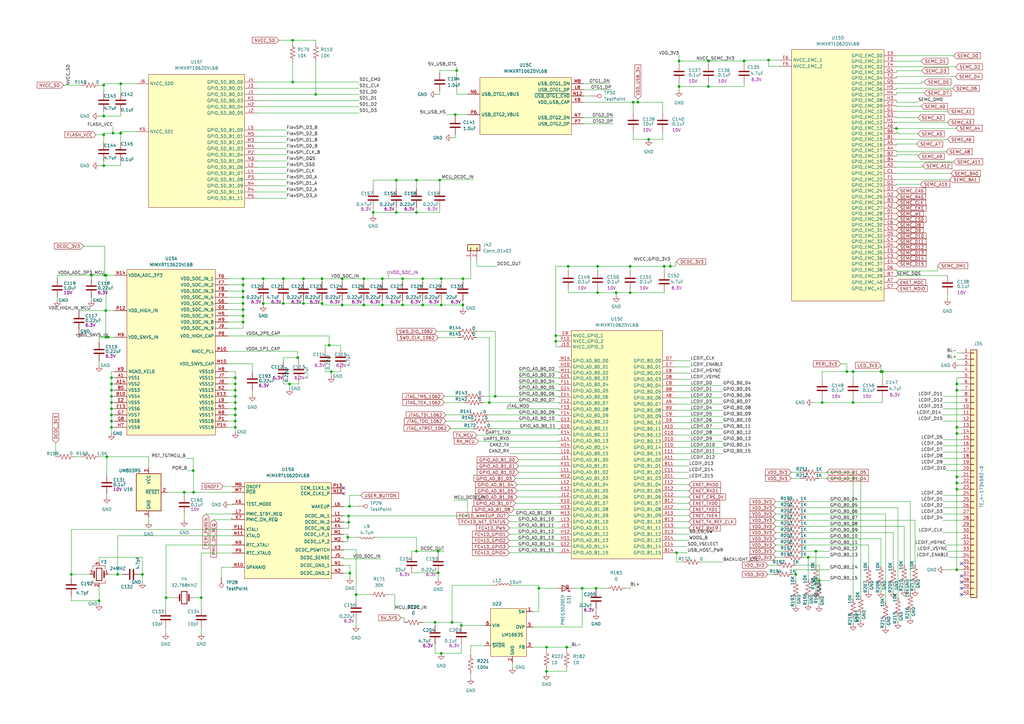
<source format=kicad_sch>
(kicad_sch (version 20250114) (generator "eeschema") (generator_version "9.0")
  (paper "A3")
  (junction (at 203.109 162.56))
  (junction (at 258.445 120.015))
  (junction (at 252.73 120.015))
  (junction (at 107.95 124.46))
  (junction (at 189.865 125.095))
  (junction (at 336.0182 238.125))
  (junction (at 278.511 35.4792))
  (junction (at 99.695 119.4533))
  (junction (at 68.0963 245.11))
  (junction (at 135.001 141.605))
  (junction (at 118.745 157.48))
  (junction (at 99.695 124.46))
  (junction (at 96.52 175.26))
  (junction (at 45.72 160.02))
  (junction (at 129.45 38.735))
  (junction (at 43.3946 138.303))
  (junction (at 227.965 139.954))
  (junction (at 82.55 245.11))
  (junction (at 173.355 125.095))
  (junction (at 120.015 16.51))
  (junction (at 392.43 200.66))
  (junction (at 116.205 124.46))
  (junction (at 45.72 172.72))
  (junction (at 79.375 201.93))
  (junction (at 46.355 54.61))
  (junction (at 122.0654 146.685))
  (junction (at 224.155 265.43))
  (junction (at 245.11 109.22))
  (junction (at 331.47 228.6))
  (junction (at 153.035 87.1303))
  (junction (at 142.629 220.345))
  (junction (at 135.89 152.4))
  (junction (at 124.46 114.3))
  (junction (at 180.975 267.97))
  (junction (at 361.95 152.4))
  (junction (at 233.045 109.22))
  (junction (at 337.185 165.1))
  (junction (at 179.705 226.06))
  (junction (at 45.72 175.26))
  (junction (at 132.08 114.3))
  (junction (at 180.975 125.095))
  (junction (at 116.205 114.3))
  (junction (at 49.53 54.6578))
  (junction (at 107.95 114.3))
  (junction (at 227.965 137.668))
  (junction (at 96.52 162.56))
  (junction (at 58.42 235.585))
  (junction (at 392.43 177.8))
  (junction (at 96.52 154.94))
  (junction (at 200.6721 165.1))
  (junction (at 44.45 138.303))
  (junction (at 232.41 265.43))
  (junction (at 180.975 114.3))
  (junction (at 290.576 25.019))
  (junction (at 178.435 255.27))
  (junction (at 42.545 55.245))
  (junction (at 142.9868 211.582))
  (junction (at 40.64 246.38))
  (junction (at 140.335 114.3))
  (junction (at 315.2093 24.638))
  (junction (at 143.3353 207.645))
  (junction (at 244.475 241.3))
  (junction (at 170.815 73.8769))
  (junction (at 96.52 167.64))
  (junction (at 189.865 114.3))
  (junction (at 173.355 114.3))
  (junction (at 99.695 129.54))
  (junction (at 392.43 160.02))
  (junction (at 45.72 157.48))
  (junction (at 367.665 52.705))
  (junction (at 79.2663 193.04))
  (junction (at 43.3946 127.381))
  (junction (at 99.695 116.84))
  (junction (at 49.53 34.3378))
  (junction (at 278.511 25.019))
  (junction (at 272.415 109.22))
  (junction (at 140.335 125.095))
  (junction (at 142.9868 214.2078))
  (junction (at 165.1 114.3))
  (junction (at 165.1 125.095))
  (junction (at 29.2513 235.585))
  (junction (at 261.62 41.91))
  (junction (at 146.05 243.84))
  (junction (at 179.705 234.95))
  (junction (at 258.445 109.22))
  (junction (at 392.43 198.12))
  (junction (at 392.43 157.48))
  (junction (at 124.46 124.46))
  (junction (at 143.51 235.077))
  (junction (at 96.52 172.72))
  (junction (at 238.76 241.3))
  (junction (at 42.545 67.945))
  (junction (at 156.845 125.095))
  (junction (at 259.715 41.91))
  (junction (at 45.72 167.64))
  (junction (at 49.4213 54.6578))
  (junction (at 45.72 162.56))
  (junction (at 99.695 132.08))
  (junction (at 43.5075 112.903))
  (junction (at 349.885 165.0953))
  (junction (at 274.955 109.22))
  (junction (at 334.645 226.06))
  (junction (at 96.52 170.18))
  (junction (at 189.23 256.54))
  (junction (at 347.345 152.3854))
  (junction (at 326.39 235.585))
  (junction (at 349.885 152.4))
  (junction (at 99.695 127))
  (junction (at 45.72 165.1))
  (junction (at 45.72 154.94))
  (junction (at 266.065 57.15))
  (junction (at 361.315 152.4))
  (junction (at 156.845 114.3))
  (junction (at 220.98 241.3))
  (junction (at 290.576 35.4792))
  (junction (at 42.9803 112.903))
  (junction (at 305.181 25.019))
  (junction (at 277.495 226.695))
  (junction (at 45.72 170.18))
  (junction (at 170.815 226.06))
  (junction (at 149.225 125.095))
  (junction (at 37.465 112.903))
  (junction (at 187.325 28.9081))
  (junction (at 149.225 114.3))
  (junction (at 170.815 87.1303))
  (junction (at 120.015 33.655))
  (junction (at 96.52 160.02))
  (junction (at 392.43 175.26))
  (junction (at 392.43 195.58))
  (junction (at 48.26 235.585))
  (junction (at 392.43 233.68))
  (junction (at 75.565 201.93))
  (junction (at 162.56 87.1303))
  (junction (at 42.545 47.625))
  (junction (at 185.42 255.27))
  (junction (at 42.545 34.925))
  (junction (at 96.52 157.48))
  (junction (at 96.52 165.1))
  (junction (at 132.08 124.46))
  (junction (at 180.34 73.8769))
  (junction (at 162.56 73.8769))
  (junction (at 245.11 120.015))
  (junction (at 99.695 114.3))
  (junction (at 43.815 187.325))
  (junction (at 99.695 121.92))
  (junction (at 224.155 275.3468))
  (junction (at 186.69 46.99))
  (no_connect (at 394.335 231.14))
  (no_connect (at 394.335 238.76))
  (no_connect (at 140.97 200.152))
  (no_connect (at 394.335 243.84))
  (no_connect (at 394.335 241.3))
  (no_connect (at 140.97 202.438))
  (no_connect (at 394.335 236.22))
  (wire (pts (xy 378.46 68.58) (xy 367.665 68.58)))
  (wire (pts (xy 367.665 63.5) (xy 367.665 64.008)))
  (wire (pts (xy 229.235 154.94) (xy 229.235 155.194)))
  (wire (pts (xy 245.11 118.745) (xy 245.11 120.015)))
  (wire (pts (xy 195.58 138.43) (xy 200.6721 138.43)))
  (wire (pts (xy 193.04 114.3) (xy 189.865 114.3)))
  (wire (pts (xy 367.665 25.0833) (xy 377.825 25.0833)))
  (wire (pts (xy 42.545 66.04) (xy 42.545 67.945)))
  (wire (pts (xy 229.5989 175.895) (xy 229.235 175.895)))
  (wire (pts (xy 165.1 115.57) (xy 165.1 114.3)))
  (wire (pts (xy 178.435 255.27) (xy 178.435 256.54)))
  (wire (pts (xy 168.91 227.33) (xy 168.91 226.06)))
  (wire (pts (xy 335.915 245.745) (xy 335.915 248.285)))
  (wire (pts (xy 146.05 225.425) (xy 140.97 225.425)))
  (wire (pts (xy 187.325 27.305) (xy 187.325 28.9081)))
  (wire (pts (xy 259.715 41.91) (xy 239.395 41.91)))
  (wire (pts (xy 276.86 201.295) (xy 282.575 201.295)))
  (wire (pts (xy 334.645 240.03) (xy 334.645 242.57)))
  (wire (pts (xy 107.95 123.19) (xy 107.95 124.46)))
  (wire (pts (xy 229.235 167.64) (xy 229.235 167.894)))
  (wire (pts (xy 44.45 138.303) (xy 46.99 138.303)))
  (wire (pts (xy 180.975 115.57) (xy 180.975 114.3)))
  (wire (pts (xy 340.36 233.68) (xy 326.39 233.68)))
  (wire (pts (xy 208.915 221.615) (xy 229.235 221.615)))
  (wire (pts (xy 39.37 55.245) (xy 42.545 55.245)))
  (wire (pts (xy 195.58 106.68) (xy 195.58 109.22)))
  (wire (pts (xy 93.345 129.54) (xy 99.695 129.54)))
  (wire (pts (xy 347.345 152.3854) (xy 347.345 152.4)))
  (wire (pts (xy 329.565 205.74) (xy 373.38 205.74)))
  (wire (pts (xy 182.245 165.1) (xy 190.5 165.1)))
  (wire (pts (xy 146.685 207.645) (xy 143.3353 207.645)))
  (wire (pts (xy 42.9803 100.965) (xy 42.9803 112.903)))
  (wire (pts (xy 276.86 216.535) (xy 282.575 216.535)))
  (wire (pts (xy 224.155 274.32) (xy 224.155 275.3468)))
  (wire (pts (xy 116.205 148.59) (xy 116.205 146.685)))
  (wire (pts (xy 55.88 53.975) (xy 49.4213 53.975)))
  (wire (pts (xy 44.45 235.585) (xy 48.26 235.585)))
  (wire (pts (xy 386.715 205.74) (xy 394.335 205.74)))
  (wire (pts (xy 276.86 219.075) (xy 282.575 219.075)))
  (wire (pts (xy 238.76 257.175) (xy 238.76 241.3)))
  (wire (pts (xy 43.3946 127.254) (xy 43.3946 127.381)))
  (wire (pts (xy 140.97 229.235) (xy 140.97 228.727)))
  (wire (pts (xy 392.43 175.26) (xy 392.43 160.02)))
  (wire (pts (xy 140.335 114.3) (xy 132.08 114.3)))
  (wire (pts (xy 318.135 215.9) (xy 321.945 215.9)))
  (wire (pts (xy 200.025 170.18) (xy 229.235 170.18)))
  (wire (pts (xy 90.805 232.664) (xy 95.25 232.664)))
  (wire (pts (xy 75.565 210.82) (xy 75.565 213.36)))
  (wire (pts (xy 376.5633 54.9007) (xy 368.3539 54.9007)))
  (wire (pts (xy 305.181 33.909) (xy 305.181 35.4792)))
  (wire (pts (xy 105.41 46.355) (xy 147.32 46.355)))
  (wire (pts (xy 239.395 39.37) (xy 242.57 39.37)))
  (wire (pts (xy 153.035 77.47) (xy 153.035 73.8769)))
  (wire (pts (xy 196.215 180.975) (xy 208.9496 180.975)))
  (wire (pts (xy 290.576 26.289) (xy 290.576 25.019)))
  (wire (pts (xy 229.235 172.72) (xy 229.235 172.974)))
  (wire (pts (xy 42.545 54.6578) (xy 46.355 54.61)))
  (wire (pts (xy 349.885 165.1) (xy 337.185 165.1)))
  (wire (pts (xy 377.5192 75.565) (xy 367.665 75.565)))
  (wire (pts (xy 149.225 123.19) (xy 149.225 125.095)))
  (wire (pts (xy 200.66 172.72) (xy 229.235 172.72)))
  (wire (pts (xy 353.06 196.215) (xy 353.06 244.475)))
  (wire (pts (xy 99.9197 119.38) (xy 99.9197 119.4533)))
  (wire (pts (xy 45.72 172.72) (xy 46.99 172.72)))
  (wire (pts (xy 164.465 253.365) (xy 165.735 253.365)))
  (wire (pts (xy 46.355 54.61) (xy 49.4213 54.6578)))
  (wire (pts (xy 29.2513 217.17) (xy 29.2513 235.585)))
  (wire (pts (xy 45.72 154.94) (xy 46.99 154.94)))
  (wire (pts (xy 335.915 193.675) (xy 349.885 193.675)))
  (wire (pts (xy 42.545 34.3378) (xy 49.53 34.3378)))
  (wire (pts (xy 212.09 201.295) (xy 229.235 201.295)))
  (wire (pts (xy 140.97 219.202) (xy 142.629 219.202)))
  (wire (pts (xy 96.52 165.1) (xy 96.52 167.64)))
  (wire (pts (xy 198.12 165.1) (xy 200.6721 165.1)))
  (wire (pts (xy 386.715 190.5) (xy 394.335 190.5)))
  (wire (pts (xy 361.315 220.98) (xy 361.315 232.41)))
  (wire (pts (xy 290.576 33.909) (xy 290.576 35.4792)))
  (wire (pts (xy 79.2663 193.04) (xy 79.375 193.04)))
  (wire (pts (xy 344.805 149.225) (xy 347.345 149.225)))
  (wire (pts (xy 349.885 152.4) (xy 349.885 155.575)))
  (wire (pts (xy 22.86 181.61) (xy 22.86 187.325)))
  (wire (pts (xy 367.665 31.3825) (xy 367.665 32.004)))
  (wire (pts (xy 384.5533 111.125) (xy 367.665 111.125)))
  (wire (pts (xy 276.86 191.135) (xy 282.575 191.135)))
  (wire (pts (xy 99.695 132.08) (xy 99.695 134.62)))
  (wire (pts (xy 140.335 123.19) (xy 140.335 125.095)))
  (wire (pts (xy 120.015 33.655) (xy 147.32 33.655)))
  (wire (pts (xy 220.98 241.3) (xy 220.98 250.825)))
  (wire (pts (xy 376.555 48.26) (xy 367.665 48.26)))
  (wire (pts (xy 45.72 175.26) (xy 45.72 177.8)))
  (wire (pts (xy 276.86 221.615) (xy 282.575 221.615)))
  (wire (pts (xy 239.395 48.26) (xy 251.46 48.26)))
  (wire (pts (xy 375.92 59.055) (xy 367.665 59.055)))
  (wire (pts (xy 60.96 212.09) (xy 60.96 213.995)))
  (wire (pts (xy 394.335 154.94) (xy 392.43 154.94)))
  (wire (pts (xy 389.255 228.6) (xy 394.335 228.6)))
  (wire (pts (xy 189.865 115.57) (xy 189.865 114.3)))
  (wire (pts (xy 93.345 162.56) (xy 96.52 162.56)))
  (wire (pts (xy 277.495 226.695) (xy 281.94 226.695)))
  (wire (pts (xy 349.885 193.675) (xy 349.885 245.745)))
  (wire (pts (xy 367.665 50.165) (xy 367.665 50.292)))
  (wire (pts (xy 29.2513 235.585) (xy 29.21 235.585)))
  (wire (pts (xy 276.86 211.455) (xy 282.575 211.455)))
  (wire (pts (xy 156.845 125.095) (xy 156.845 123.19)))
  (wire (pts (xy 93.345 170.18) (xy 96.52 170.18)))
  (wire (pts (xy 392.43 177.8) (xy 392.43 175.26)))
  (wire (pts (xy 45.72 165.1) (xy 45.72 167.64)))
  (wire (pts (xy 392.43 157.48) (xy 394.335 157.48)))
  (wire (pts (xy 212.09 198.755) (xy 229.235 198.755)))
  (wire (pts (xy 276.86 196.215) (xy 282.575 196.215)))
  (wire (pts (xy 105.41 81.28) (xy 117.475 81.28)))
  (wire (pts (xy 189.23 267.97) (xy 180.975 267.97)))
  (wire (pts (xy 366.395 218.44) (xy 366.395 232.41)))
  (wire (pts (xy 95.25 212.5223) (xy 95.25 213.106)))
  (wire (pts (xy 276.86 224.155) (xy 281.94 224.155)))
  (wire (pts (xy 329.565 218.44) (xy 366.395 218.44)))
  (wire (pts (xy 324.485 193.675) (xy 328.295 193.675)))
  (wire (pts (xy 347.345 149.225) (xy 347.345 152.3854)))
  (wire (pts (xy 143.51 231.902) (xy 143.51 235.077)))
  (wire (pts (xy 129.54 17.78) (xy 129.54 16.51)))
  (wire (pts (xy 258.445 118.745) (xy 258.445 120.015)))
  (wire (pts (xy 122.0654 144.145) (xy 122.0654 146.685)))
  (wire (pts (xy 153.035 85.09) (xy 153.035 87.1303)))
  (wire (pts (xy 173.355 123.19) (xy 173.355 125.095)))
  (wire (pts (xy 318.135 218.44) (xy 321.945 218.44)))
  (wire (pts (xy 272.415 119.38) (xy 272.415 120.015)))
  (wire (pts (xy 57.785 235.585) (xy 58.42 235.585)))
  (wire (pts (xy 392.43 233.68) (xy 392.43 200.66)))
  (wire (pts (xy 276.86 163.195) (xy 296.545 163.195)))
  (wire (pts (xy 305.181 26.289) (xy 305.181 25.019)))
  (wire (pts (xy 170.815 87.1303) (xy 180.34 87.1303)))
  (wire (pts (xy 212.725 193.675) (xy 229.235 193.675)))
  (wire (pts (xy 93.345 160.02) (xy 96.52 160.02)))
  (wire (pts (xy 173.355 115.57) (xy 173.355 114.3)))
  (wire (pts (xy 49.4213 54.6578) (xy 49.53 54.6578)))
  (wire (pts (xy 82.55 249.555) (xy 82.55 245.11)))
  (wire (pts (xy 239.395 34.29) (xy 250.19 34.29)))
  (wire (pts (xy 367.665 52.705) (xy 392.1174 52.705)))
  (wire (pts (xy 122.555 156.21) (xy 122.555 157.48)))
  (wire (pts (xy 76.2 187.96) (xy 79.2663 187.96)))
  (wire (pts (xy 93.345 154.94) (xy 96.52 154.94)))
  (wire (pts (xy 271.78 57.15) (xy 266.065 57.15)))
  (wire (pts (xy 94.8499 212.5223) (xy 95.25 212.5223)))
  (wire (pts (xy 208.9496 181.0071) (xy 228.6346 181.0071)))
  (wire (pts (xy 132.08 125.095) (xy 132.08 124.46)))
  (wire (pts (xy 93.345 152.4) (xy 96.52 152.4)))
  (wire (pts (xy 36.83 235.585) (xy 29.2513 235.585)))
  (wire (pts (xy 394.335 195.58) (xy 392.43 195.58)))
  (wire (pts (xy 68.0963 223.52) (xy 68.0963 245.11)))
  (wire (pts (xy 49.4213 53.975) (xy 49.4213 54.6578)))
  (wire (pts (xy 139.7 143.51) (xy 139.7 141.605)))
  (wire (pts (xy 48.26 235.585) (xy 48.26 219.71)))
  (wire (pts (xy 43.815 194.945) (xy 43.815 187.325)))
  (wire (pts (xy 153.035 87.1303) (xy 153.035 88.265)))
  (wire (pts (xy 45.72 160.02) (xy 46.99 160.02)))
  (wire (pts (xy 29.21 235.585) (xy 29.21 236.855)))
  (wire (pts (xy 99.695 114.3) (xy 93.345 114.3)))
  (wire (pts (xy 120.015 33.655) (xy 120.015 25.4)))
  (wire (pts (xy 315.2093 27.178) (xy 315.2093 24.638)))
  (wire (pts (xy 186.69 46.99) (xy 186.69 47.625)))
  (wire (pts (xy 337.185 152.3854) (xy 347.345 152.3854)))
  (wire (pts (xy 228.6346 180.975) (xy 229.235 180.975)))
  (wire (pts (xy 29.21 244.475) (xy 29.21 246.38)))
  (wire (pts (xy 193.04 106.68) (xy 193.04 114.3)))
  (wire (pts (xy 208.915 224.155) (xy 229.235 224.155)))
  (wire (pts (xy 173.355 125.095) (xy 165.1 125.095)))
  (wire (pts (xy 45.72 167.64) (xy 46.99 167.64)))
  (wire (pts (xy 180.34 73.66) (xy 194.31 73.66)))
  (wire (pts (xy 45.72 170.18) (xy 46.99 170.18)))
  (wire (pts (xy 276.86 160.655) (xy 296.545 160.655)))
  (wire (pts (xy 105.41 66.04) (xy 117.475 66.04)))
  (wire (pts (xy 116.205 124.46) (xy 107.95 124.46)))
  (wire (pts (xy 95.25 217.17) (xy 29.2513 217.17)))
  (wire (pts (xy 266.065 57.15) (xy 259.715 57.15)))
  (wire (pts (xy 356.235 240.03) (xy 356.235 242.57)))
  (wire (pts (xy 105.41 41.275) (xy 147.32 41.275)))
  (wire (pts (xy 201.6589 175.829) (xy 229.5989 175.829)))
  (wire (pts (xy 336.0182 238.125) (xy 340.36 238.125)))
  (wire (pts (xy 67.945 257.175) (xy 67.945 259.715)))
  (wire (pts (xy 133.35 152.4) (xy 135.89 152.4)))
  (wire (pts (xy 45.72 154.94) (xy 45.72 157.48)))
  (wire (pts (xy 392.43 198.12) (xy 392.43 195.58)))
  (wire (pts (xy 186.69 46.99) (xy 182.88 46.99)))
  (wire (pts (xy 245.11 120.015) (xy 252.73 120.015)))
  (wire (pts (xy 334.645 226.06) (xy 340.36 226.06)))
  (wire (pts (xy 45.72 172.72) (xy 45.72 175.26)))
  (wire (pts (xy 325.12 235.585) (xy 326.39 235.585)))
  (wire (pts (xy 87.6166 213.1573) (xy 94.8499 213.1573)))
  (wire (pts (xy 34.29 100.965) (xy 42.9803 100.965)))
  (wire (pts (xy 135.001 137.795) (xy 135.001 141.605)))
  (wire (pts (xy 278.511 22.8099) (xy 278.511 25.019)))
  (wire (pts (xy 180.975 114.3) (xy 173.355 114.3)))
  (wire (pts (xy 105.41 68.58) (xy 117.475 68.58)))
  (wire (pts (xy 280.035 230.505) (xy 277.495 230.505)))
  (wire (pts (xy 23.495 112.903) (xy 37.465 112.903)))
  (wire (pts (xy 82.55 245.11) (xy 79.375 245.11)))
  (wire (pts (xy 23.495 114.3) (xy 23.495 112.903)))
  (wire (pts (xy 105.41 33.655) (xy 120.015 33.655)))
  (wire (pts (xy 276.86 175.895) (xy 296.545 175.895)))
  (wire (pts (xy 261.62 40.64) (xy 261.62 41.91)))
  (wire (pts (xy 43.3946 127.381) (xy 43.3946 138.303)))
  (wire (pts (xy 377.8421 43.6367) (xy 367.665 43.6367)))
  (wire (pts (xy 173.355 114.3) (xy 165.1 114.3)))
  (wire (pts (xy 276.86 165.735) (xy 296.545 165.735)))
  (wire (pts (xy 168.91 234.95) (xy 179.705 234.95)))
  (wire (pts (xy 195.58 135.89) (xy 203.109 135.89)))
  (wire (pts (xy 180.34 28.9081) (xy 187.325 28.9081)))
  (wire (pts (xy 367.665 75.565) (xy 367.665 75.946)))
  (wire (pts (xy 129.54 16.51) (xy 120.015 16.51)))
  (wire (pts (xy 49.53 45.72) (xy 49.53 47.625)))
  (wire (pts (xy 146.05 225.425) (xy 146.05 243.84)))
  (wire (pts (xy 367.665 41.91) (xy 367.665 41.148)))
  (wire (pts (xy 182.88 170.18) (xy 192.405 170.18)))
  (wire (pts (xy 93.345 132.08) (xy 99.695 132.08)))
  (wire (pts (xy 99.695 129.54) (xy 99.695 132.08)))
  (wire (pts (xy 105.41 60.96) (xy 117.475 60.96)))
  (wire (pts (xy 233.045 120.015) (xy 245.11 120.015)))
  (wire (pts (xy 394.335 198.12) (xy 392.43 198.12)))
  (wire (pts (xy 68.0963 245.11) (xy 71.755 245.11)))
  (wire (pts (xy 376.555 64.135) (xy 376.555 63.5)))
  (wire (pts (xy 143.3353 203.2) (xy 143.3353 207.645)))
  (wire (pts (xy 368.3 252.73) (xy 368.3 255.27)))
  (wire (pts (xy 361.95 152.4) (xy 361.95 155.575)))
  (wire (pts (xy 238.76 241.3) (xy 244.475 241.3)))
  (wire (pts (xy 114.3 16.51) (xy 120.015 16.51)))
  (wire (pts (xy 93.345 157.48) (xy 96.52 157.48)))
  (wire (pts (xy 377.825 34.29) (xy 367.665 34.29)))
  (wire (pts (xy 189.865 114.3) (xy 180.975 114.3)))
  (wire (pts (xy 142.9868 214.2078) (xy 142.9868 211.582)))
  (wire (pts (xy 99.695 116.84) (xy 99.695 114.3)))
  (wire (pts (xy 386.715 180.34) (xy 394.335 180.34)))
  (wire (pts (xy 140.335 115.57) (xy 140.335 114.3)))
  (wire (pts (xy 79.2663 187.96) (xy 79.2663 193.04)))
  (wire (pts (xy 276.86 173.355) (xy 296.545 173.355)))
  (wire (pts (xy 79.375 193.04) (xy 79.375 201.93)))
  (wire (pts (xy 233.045 109.22) (xy 245.11 109.22)))
  (wire (pts (xy 386.715 208.28) (xy 394.335 208.28)))
  (wire (pts (xy 189.23 264.16) (xy 189.23 267.97)))
  (wire (pts (xy 367.665 25.0833) (xy 367.665 25.146)))
  (wire (pts (xy 82.55 226.822) (xy 95.25 226.822)))
  (wire (pts (xy 276.86 150.495) (xy 283.21 150.495)))
  (wire (pts (xy 334.645 226.06) (xy 334.645 232.41)))
  (wire (pts (xy 143.51 231.902) (xy 140.97 231.902)))
  (wire (pts (xy 195.58 109.22) (xy 203.835 109.22)))
  (wire (pts (xy 45.72 162.56) (xy 45.72 165.1)))
  (wire (pts (xy 149.225 114.3) (xy 156.845 114.3)))
  (wire (pts (xy 337.185 165.1) (xy 333.375 165.1)))
  (wire (pts (xy 189.865 125.095) (xy 180.975 125.095)))
  (wire (pts (xy 96.52 162.56) (xy 96.52 165.1)))
  (wire (pts (xy 208.915 219.075) (xy 229.235 219.075)))
  (wire (pts (xy 43.3946 127.381) (xy 46.99 127.381)))
  (wire (pts (xy 178.435 255.27) (xy 185.42 255.27)))
  (wire (pts (xy 276.86 206.375) (xy 282.575 206.375)))
  (wire (pts (xy 258.445 109.22) (xy 258.445 111.125)))
  (wire (pts (xy 95.25 199.517) (xy 95.25 199.644)))
  (wire (pts (xy 349.885 165.0953) (xy 349.885 165.1)))
  (wire (pts (xy 377.825 33.655) (xy 379.095 33.655)))
  (wire (pts (xy 93.345 165.1) (xy 96.52 165.1)))
  (wire (pts (xy 259.715 41.91) (xy 261.62 41.91)))
  (wire (pts (xy 378.0755 29.0484) (xy 367.665 29.0484)))
  (wire (pts (xy 220.98 240.03) (xy 220.98 241.3)))
  (wire (pts (xy 37.465 112.903) (xy 42.9803 112.903)))
  (wire (pts (xy 140.97 216.662) (xy 142.9868 216.662)))
  (wire (pts (xy 37.465 121.92) (xy 37.465 123.19)))
  (wire (pts (xy 32.385 127.635) (xy 32.385 127.381)))
  (wire (pts (xy 103.505 160.02) (xy 103.505 161.925)))
  (wire (pts (xy 349.885 163.195) (xy 349.885 165.0953)))
  (wire (pts (xy 203.109 135.89) (xy 203.109 162.56)))
  (wire (pts (xy 48.26 219.71) (xy 95.25 219.71)))
  (wire (pts (xy 93.345 124.46) (xy 99.695 124.46)))
  (wire (pts (xy 75.565 201.93) (xy 75.565 203.2)))
  (wire (pts (xy 319.659 27.178) (xy 315.2093 27.178)))
  (wire (pts (xy 258.445 241.3) (xy 256.54 241.3)))
  (wire (pts (xy 367.665 29.0484) (xy 367.665 29.718)))
  (wire (pts (xy 277.0846 109.22) (xy 274.955 109.22)))
  (wire (pts (xy 232.41 266.7) (xy 232.41 265.43)))
  (wire (pts (xy 129.45 38.9449) (xy 129.45 38.735)))
  (wire (pts (xy 133.35 151.13) (xy 133.35 152.4)))
  (wire (pts (xy 180.34 73.8769) (xy 180.34 73.66)))
  (wire (pts (xy 99.695 124.46) (xy 99.695 127)))
  (wire (pts (xy 186.055 205.105) (xy 191.77 205.105)))
  (wire (pts (xy 361.95 152.4) (xy 361.315 152.4)))
  (wire (pts (xy 133.35 143.51) (xy 133.35 141.605)))
  (wire (pts (xy 335.915 238.125) (xy 336.0182 238.125)))
  (wire (pts (xy 326.39 245.745) (xy 326.39 248.285)))
  (wire (pts (xy 107.95 115.57) (xy 107.95 114.3)))
  (wire (pts (xy 49.53 58.42) (xy 49.53 54.6578)))
  (wire (pts (xy 44.45 138.43) (xy 44.45 138.303)))
  (wire (pts (xy 305.181 24.638) (xy 315.2093 24.638)))
  (wire (pts (xy 105.41 58.42) (xy 117.475 58.42)))
  (wire (pts (xy 387.985 193.04) (xy 394.335 193.04)))
  (wire (pts (xy 244.475 249.555) (xy 244.475 251.46)))
  (wire (pts (xy 45.72 170.18) (xy 45.72 172.72)))
  (wire (pts (xy 93.345 116.84) (xy 99.695 116.84)))
  (wire (pts (xy 42.545 67.945) (xy 40.64 67.945)))
  (wire (pts (xy 227.965 139.954) (xy 229.235 139.954)))
  (wire (pts (xy 116.205 146.685) (xy 122.0654 146.685)))
  (wire (pts (xy 229.235 178.435) (xy 229.235 178.308)))
  (wire (pts (xy 170.815 85.09) (xy 170.815 87.1303)))
  (wire (pts (xy 392.43 154.94) (xy 392.43 157.48)))
  (wire (pts (xy 96.52 157.48) (xy 96.52 160.02)))
  (wire (pts (xy 290.576 35.4792) (xy 278.511 35.4792)))
  (wire (pts (xy 168.91 226.06) (xy 170.815 226.06)))
  (wire (pts (xy 384.5533 108.9951) (xy 384.5533 111.125)))
  (wire (pts (xy 212.725 154.94) (xy 229.235 154.94)))
  (wire (pts (xy 258.445 120.015) (xy 252.73 120.015)))
  (wire (pts (xy 122.0654 146.685) (xy 122.555 146.685)))
  (wire (pts (xy 326.39 235.585) (xy 326.39 238.125)))
  (wire (pts (xy 179.705 138.43) (xy 187.96 138.43)))
  (wire (pts (xy 99.695 119.4533) (xy 99.695 116.84)))
  (wire (pts (xy 272.415 120.015) (xy 258.445 120.015)))
  (wire (pts (xy 388.62 57.15) (xy 367.665 57.15)))
  (wire (pts (xy 40.64 230.505) (xy 40.64 228.6)))
  (wire (pts (xy 146.05 254) (xy 146.05 256.54)))
  (wire (pts (xy 93.345 172.72) (xy 96.52 172.72)))
  (wire (pts (xy 353.06 252.095) (xy 353.06 254.635)))
  (wire (pts (xy 42.545 45.72) (xy 42.545 47.625)))
  (wire (pts (xy 212.725 157.48) (xy 229.235 157.48)))
  (wire (pts (xy 373.38 250.825) (xy 373.38 253.365)))
  (wire (pts (xy 367.665 59.055) (xy 367.665 59.436)))
  (wire (pts (xy 232.41 275.3468) (xy 224.155 275.3468)))
  (wire (pts (xy 186.69 56.515) (xy 186.69 55.245)))
  (wire (pts (xy 386.715 210.82) (xy 394.335 210.82)))
  (wire (pts (xy 314.96 231.775) (xy 318.77 231.775)))
  (wire (pts (xy 229.235 160.02) (xy 229.235 160.274)))
  (wire (pts (xy 277.0846 107.315) (xy 277.0846 109.22)))
  (wire (pts (xy 200.6721 138.43) (xy 200.6721 165.1)))
  (wire (pts (xy 389.5469 73.6293) (xy 389.5469 73.66)))
  (wire (pts (xy 99.9197 119.4533) (xy 99.695 119.4533)))
  (wire (pts (xy 208.915 213.995) (xy 229.235 213.995)))
  (wire (pts (xy 143.3353 207.772) (xy 140.97 207.772)))
  (wire (pts (xy 276.86 198.755) (xy 282.575 198.755)))
  (wire (pts (xy 124.46 114.3) (xy 124.46 115.57)))
  (wire (pts (xy 49.53 34.29) (xy 55.88 34.29)))
  (wire (pts (xy 96.52 160.02) (xy 96.52 162.56)))
  (wire (pts (xy 96.52 175.26) (xy 96.52 177.165)))
  (wire (pts (xy 276.86 178.435) (xy 296.545 178.435)))
  (wire (pts (xy 228.6346 181.0071) (xy 228.6346 180.975)))
  (wire (pts (xy 386.715 162.56) (xy 394.335 162.56)))
  (wire (pts (xy 129.54 38.9449) (xy 129.45 38.9449)))
  (wire (pts (xy 99.695 127) (xy 99.695 129.54)))
  (wire (pts (xy 75.565 201.93) (xy 79.375 201.93)))
  (wire (pts (xy 367.665 113.03) (xy 367.665 113.284)))
  (wire (pts (xy 258.445 109.22) (xy 272.415 109.22)))
  (wire (pts (xy 105.41 76.2) (xy 117.475 76.2)))
  (wire (pts (xy 337.185 163.195) (xy 337.185 165.1)))
  (wire (pts (xy 142.629 219.202) (xy 142.629 220.345)))
  (wire (pts (xy 326.39 231.775) (xy 336.0182 231.775)))
  (wire (pts (xy 58.42 228.6) (xy 58.42 235.585)))
  (wire (pts (xy 103.505 152.4) (xy 103.505 149.225)))
  (wire (pts (xy 208.9496 180.975) (xy 208.9496 181.0071)))
  (wire (pts (xy 376.555 41.91) (xy 367.665 41.91)))
  (wire (pts (xy 49.53 34.3378) (xy 49.53 34.29)))
  (wire (pts (xy 388.62 113.03) (xy 367.665 113.03)))
  (wire (pts (xy 218.44 257.175) (xy 238.76 257.175)))
  (wire (pts (xy 43.5075 112.903) (xy 46.99 112.903)))
  (wire (pts (xy 105.41 71.12) (xy 117.475 71.12)))
  (wire (pts (xy 394.335 233.68) (xy 392.43 233.68)))
  (wire (pts (xy 142.9868 214.2078) (xy 140.97 214.2078)))
  (wire (pts (xy 386.715 218.44) (xy 394.335 218.44)))
  (wire (pts (xy 45.72 162.56) (xy 46.99 162.56)))
  (wire (pts (xy 90.805 236.855) (xy 90.805 232.664)))
  (wire (pts (xy 386.715 165.1) (xy 394.335 165.1)))
  (wire (pts (xy 394.335 200.66) (xy 392.43 200.66)))
  (wire (pts (xy 278.511 33.909) (xy 278.511 35.4792)))
  (wire (pts (xy 331.47 237.49) (xy 331.47 228.6)))
  (wire (pts (xy 329.565 223.52) (xy 356.235 223.52)))
  (wire (pts (xy 367.665 52.578) (xy 367.665 52.705)))
  (wire (pts (xy 140.335 114.3) (xy 149.225 114.3)))
  (wire (pts (xy 232.41 274.32) (xy 232.41 275.3468)))
  (wire (pts (xy 42.545 54.6578) (xy 42.545 55.245)))
  (wire (pts (xy 392.43 144.78) (xy 394.335 144.78)))
  (wire (pts (xy 179.705 234.95) (xy 179.705 237.49)))
  (wire (pts (xy 173.355 125.095) (xy 180.975 125.095)))
  (wire (pts (xy 40.64 147.955) (xy 40.64 149.86)))
  (wire (pts (xy 305.181 24.638) (xy 305.181 25.019)))
  (wire (pts (xy 179.705 226.06) (xy 182.245 226.06)))
  (wire (pts (xy 46.99 165.1) (xy 45.72 165.1)))
  (wire (pts (xy 140.97 225.425) (xy 140.97 225.552)))
  (wire (pts (xy 40.64 140.335) (xy 40.64 138.303)))
  (wire (pts (xy 140.335 125.095) (xy 149.225 125.095)))
  (wire (pts (xy 203.109 162.56) (xy 229.235 162.56)))
  (wire (pts (xy 79.375 201.93) (xy 95.25 201.93)))
  (wire (pts (xy 207.645 167.64) (xy 229.235 167.64)))
  (wire (pts (xy 259.715 41.91) (xy 259.715 46.355)))
  (wire (pts (xy 116.205 115.57) (xy 116.205 114.3)))
  (wire (pts (xy 212.725 152.4) (xy 229.235 152.4)))
  (wire (pts (xy 26.035 34.925) (xy 33.02 34.925)))
  (wire (pts (xy 373.38 205.74) (xy 373.38 243.205)))
  (wire (pts (xy 129.45 38.735) (xy 147.32 38.735)))
  (wire (pts (xy 198.12 162.56) (xy 203.109 162.56)))
  (wire (pts (xy 378.46 67.945) (xy 378.46 68.58)))
  (wire (pts (xy 122.555 148.59) (xy 122.555 146.685)))
  (wire (pts (xy 212.725 191.135) (xy 229.235 191.135)))
  (wire (pts (xy 276.86 183.515) (xy 296.545 183.515)))
  (wire (pts (xy 142.9868 211.582) (xy 191.77 211.582)))
  (wire (pts (xy 162.56 85.09) (xy 162.56 87.1303)))
  (wire (pts (xy 233.045 118.745) (xy 233.045 120.015)))
  (wire (pts (xy 147.955 203.2) (xy 143.3353 203.2)))
  (wire (pts (xy 276.86 203.835) (xy 282.575 203.835)))
  (wire (pts (xy 370.84 215.9) (xy 370.84 231.775)))
  (wire (pts (xy 43.5075 127.254) (xy 43.3946 127.254)))
  (wire (pts (xy 82.55 257.175) (xy 82.55 259.715)))
  (wire (pts (xy 135.89 152.4) (xy 135.89 154.305)))
  (wire (pts (xy 386.715 213.36) (xy 394.335 213.36)))
  (wire (pts (xy 179.07 135.89) (xy 187.96 135.89)))
  (wire (pts (xy 49.53 54.6578) (xy 49.53 54.61)))
  (wire (pts (xy 276.86 186.055) (xy 296.545 186.055)))
  (wire (pts (xy 377.825 33.655) (xy 377.825 34.29)))
  (wire (pts (xy 368.3539 54.2657) (xy 367.665 54.2657)))
  (wire (pts (xy 103.505 149.225) (xy 93.472 149.225)))
  (wire (pts (xy 45.72 157.48) (xy 46.99 157.48)))
  (wire (pts (xy 363.22 254.635) (xy 363.22 257.175)))
  (wire (pts (xy 187.325 38.608) (xy 191.77 38.608)))
  (wire (pts (xy 45.72 167.64) (xy 45.72 170.18)))
  (wire (pts (xy 159.385 243.84) (xy 161.925 243.84)))
  (wire (pts (xy 318.135 205.74) (xy 321.945 205.74)))
  (wire (pts (xy 30.48 187.325) (xy 33.02 187.325)))
  (wire (pts (xy 367.665 62.23) (xy 367.665 61.722)))
  (wire (pts (xy 45.72 175.26) (xy 46.99 175.26)))
  (wire (pts (xy 84.455 210.82) (xy 95.25 210.82)))
  (wire (pts (xy 212.725 188.595) (xy 229.235 188.595)))
  (wire (pts (xy 220.98 241.3) (xy 227.965 241.3)))
  (wire (pts (xy 124.46 124.46) (xy 116.205 124.46)))
  (wire (pts (xy 329.565 213.36) (xy 375.285 213.36)))
  (wire (pts (xy 93.345 137.795) (xy 135.001 137.795)))
  (wire (pts (xy 99.695 121.92) (xy 99.695 124.46)))
  (wire (pts (xy 193.04 268.605) (xy 193.04 264.795)))
  (wire (pts (xy 170.815 77.47) (xy 170.815 73.8769)))
  (wire (pts (xy 349.885 253.365) (xy 349.885 255.905)))
  (wire (pts (xy 208.915 216.535) (xy 229.235 216.535)))
  (wire (pts (xy 178.435 264.16) (xy 178.435 267.97)))
  (wire (pts (xy 239.395 50.8) (xy 251.46 50.8)))
  (wire (pts (xy 42.545 55.245) (xy 42.545 58.42)))
  (wire (pts (xy 93.345 167.64) (xy 96.52 167.64)))
  (wire (pts (xy 162.56 77.47) (xy 162.56 73.8769)))
  (wire (pts (xy 180.34 77.47) (xy 180.34 73.8769)))
  (wire (pts (xy 132.08 123.19) (xy 132.08 124.46)))
  (wire (pts (xy 244.475 241.3) (xy 248.92 241.3)))
  (wire (pts (xy 276.86 170.815) (xy 296.545 170.815)))
  (wire (pts (xy 93.345 127) (xy 99.695 127)))
  (wire (pts (xy 191.77 205.105) (xy 191.77 211.582)))
  (wire (pts (xy 105.41 55.88) (xy 117.475 55.88)))
  (wire (pts (xy 165.735 253.365) (xy 165.735 255.27)))
  (wire (pts (xy 140.97 211.582) (xy 142.9868 211.582)))
  (wire (pts (xy 116.205 114.3) (xy 107.95 114.3)))
  (wire (pts (xy 42.545 34.925) (xy 42.545 38.1)))
  (wire (pts (xy 276.86 180.975) (xy 296.545 180.975)))
  (wire (pts (xy 386.715 203.2) (xy 394.335 203.2)))
  (wire (pts (xy 132.08 124.46) (xy 124.46 124.46)))
  (wire (pts (xy 212.725 160.02) (xy 229.235 160.02)))
  (wire (pts (xy 105.41 63.5) (xy 117.475 63.5)))
  (wire (pts (xy 105.41 78.74) (xy 117.475 78.74)))
  (wire (pts (xy 165.1 123.19) (xy 165.1 125.095)))
  (wire (pts (xy 132.08 115.57) (xy 132.08 114.3)))
  (wire (pts (xy 367.665 54.2657) (xy 367.665 54.864)))
  (wire (pts (xy 42.545 47.625) (xy 40.64 47.625)))
  (wire (pts (xy 122.555 157.48) (xy 118.745 157.48)))
  (wire (pts (xy 162.56 87.1303) (xy 153.035 87.1303)))
  (wire (pts (xy 224.155 265.43) (xy 218.44 265.43)))
  (wire (pts (xy 95.25 223.52) (xy 68.0963 223.52)))
  (wire (pts (xy 153.035 73.8769) (xy 162.56 73.8769)))
  (wire (pts (xy 305.181 35.4792) (xy 290.576 35.4792)))
  (wire (pts (xy 392.43 147.32) (xy 394.335 147.32)))
  (wire (pts (xy 290.576 25.019) (xy 305.181 25.019)))
  (wire (pts (xy 261.62 41.91) (xy 271.78 41.91)))
  (wire (pts (xy 276.86 155.575) (xy 283.21 155.575)))
  (wire (pts (xy 329.565 226.06) (xy 334.645 226.06)))
  (wire (pts (xy 276.86 213.995) (xy 282.575 213.995)))
  (wire (pts (xy 40.64 138.303) (xy 43.3946 138.303)))
  (wire (pts (xy 154.305 220.345) (xy 170.815 220.345)))
  (wire (pts (xy 46.99 152.4) (xy 45.72 152.4)))
  (wire (pts (xy 40.64 228.6) (xy 58.42 228.6)))
  (wire (pts (xy 211.455 196.215) (xy 229.235 196.215)))
  (wire (pts (xy 68.58 201.93) (xy 75.565 201.93)))
  (wire (pts (xy 318.135 223.52) (xy 321.945 223.52)))
  (wire (pts (xy 324.485 196.215) (xy 328.295 196.215)))
  (wire (pts (xy 386.08 170.18) (xy 394.335 170.18)))
  (wire (pts (xy 189.23 256.54) (xy 198.755 256.54)))
  (wire (pts (xy 96.52 152.4) (xy 96.52 154.94)))
  (wire (pts (xy 193.04 276.225) (xy 193.04 278.13)))
  (wire (pts (xy 229.235 180.975) (xy 229.235 180.848)))
  (wire (pts (xy 386.715 167.64) (xy 394.335 167.64)))
  (wire (pts (xy 347.345 152.4) (xy 349.885 152.4)))
  (wire (pts (xy 165.1 125.095) (xy 156.845 125.095)))
  (wire (pts (xy 245.11 109.22) (xy 258.445 109.22)))
  (wire (pts (xy 252.73 120.015) (xy 252.73 121.285)))
  (wire (pts (xy 276.86 188.595) (xy 283.21 188.595)))
  (wire (pts (xy 210.82 208.915) (xy 229.235 208.915)))
  (wire (pts (xy 105.41 53.34) (xy 117.475 53.34)))
  (wire (pts (xy 232.41 265.43) (xy 224.155 265.43)))
  (wire (pts (xy 43.3946 138.303) (xy 44.45 138.303)))
  (wire (pts (xy 375.285 213.36) (xy 375.285 231.775)))
  (wire (pts (xy 116.205 156.21) (xy 116.205 157.48)))
  (wire (pts (xy 367.665 38.1) (xy 367.665 38.862)))
  (wire (pts (xy 210.185 240.03) (xy 220.98 240.03)))
  (wire (pts (xy 193.04 264.795) (xy 198.755 264.795)))
  (wire (pts (xy 229.235 162.56) (xy 229.235 162.814)))
  (wire (pts (xy 227.965 139.954) (xy 227.965 137.668)))
  (wire (pts (xy 140.97 214.2078) (xy 140.97 214.122)))
  (wire (pts (xy 331.47 228.6) (xy 340.36 228.6)))
  (wire (pts (xy 37.465 114.3) (xy 37.465 112.903)))
  (wire (pts (xy 67.945 245.11) (xy 68.0963 245.11)))
  (wire (pts (xy 43.815 187.325) (xy 60.96 187.325)))
  (wire (pts (xy 229.235 165.1) (xy 229.235 165.354)))
  (wire (pts (xy 180.34 38.735) (xy 180.34 37.465)))
  (wire (pts (xy 170.815 220.345) (xy 170.815 226.06)))
  (wire (pts (xy 368.3539 54.9007) (xy 368.3539 54.2657)))
  (wire (pts (xy 184.7365 175.829) (xy 184.7365 175.6263)))
  (wire (pts (xy 46.355 52.07) (xy 46.355 54.61)))
  (wire (pts (xy 235.585 241.3) (xy 238.76 241.3)))
  (wire (pts (xy 140.335 125.095) (xy 132.08 125.095)))
  (wire (pts (xy 271.78 53.975) (xy 271.78 57.15)))
  (wire (pts (xy 194.0389 175.829) (xy 184.7365 175.829)))
  (wire (pts (xy 326.39 233.68) (xy 326.39 235.585)))
  (wire (pts (xy 367.665 43.6367) (xy 367.665 43.434)))
  (wire (pts (xy 170.815 87.1303) (xy 162.56 87.1303)))
  (wire (pts (xy 229.235 175.895) (xy 229.235 175.768)))
  (wire (pts (xy 276.86 168.275) (xy 296.545 168.275)))
  (wire (pts (xy 156.845 114.3) (xy 156.845 115.57)))
  (wire (pts (xy 329.565 210.82) (xy 363.22 210.82)))
  (wire (pts (xy 220.98 250.825) (xy 218.44 250.825)))
  (wire (pts (xy 356.235 223.52) (xy 356.235 232.41)))
  (wire (pts (xy 331.47 245.11) (xy 331.47 247.65)))
  (wire (pts (xy 329.565 228.6) (xy 331.47 228.6)))
  (wire (pts (xy 105.41 36.195) (xy 147.32 36.195)))
  (wire (pts (xy 258.445 240.665) (xy 258.445 241.3)))
  (wire (pts (xy 277.495 230.505) (xy 277.495 226.695)))
  (wire (pts (xy 178.435 267.97) (xy 180.975 267.97)))
  (wire (pts (xy 43.5075 112.903) (xy 43.5075 127.254)))
  (wire (pts (xy 32.385 127.381) (xy 43.3946 127.381)))
  (wire (pts (xy 318.135 213.36) (xy 321.945 213.36)))
  (wire (pts (xy 40.64 240.665) (xy 40.64 246.38)))
  (wire (pts (xy 105.41 43.815) (xy 147.32 43.815)))
  (wire (pts (xy 315.2093 24.638) (xy 319.659 24.638)))
  (wire (pts (xy 227.965 142.24) (xy 227.965 139.954)))
  (wire (pts (xy 93.98 207.01) (xy 95.25 207.01)))
  (wire (pts (xy 278.511 35.4792) (xy 278.511 37.084)))
  (wire (pts (xy 146.05 243.84) (xy 146.05 246.38)))
  (wire (pts (xy 93.345 175.26) (xy 96.52 175.26)))
  (wire (pts (xy 202.565 240.03) (xy 185.42 240.03)))
  (wire (pts (xy 124.46 123.19) (xy 124.46 124.46)))
  (wire (pts (xy 185.42 255.27) (xy 189.23 255.27)))
  (wire (pts (xy 390.7381 36.2258) (xy 367.665 36.2258)))
  (wire (pts (xy 179.07 38.735) (xy 180.34 38.735)))
  (wire (pts (xy 105.41 73.66) (xy 117.475 73.66)))
  (wire (pts (xy 118.745 157.48) (xy 118.745 159.385)))
  (wire (pts (xy 187.325 28.9081) (xy 187.325 38.608)))
  (wire (pts (xy 361.315 152.4) (xy 361.315 149.86)))
  (wire (pts (xy 386.715 185.42) (xy 394.335 185.42)))
  (wire (pts (xy 366.395 240.03) (xy 366.395 242.57)))
  (wire (pts (xy 93.472 144.145) (xy 122.0654 144.145)))
  (wire (pts (xy 143.51 235.077) (xy 143.51 236.855)))
  (wire (pts (xy 329.565 220.98) (xy 361.315 220.98)))
  (wire (pts (xy 208.915 186.055) (xy 229.235 186.055)))
  (wire (pts (xy 392.0219 27.4145) (xy 367.665 27.4145)))
  (wire (pts (xy 93.345 119.38) (xy 99.9197 119.38)))
  (wire (pts (xy 224.155 265.43) (xy 224.155 266.7)))
  (wire (pts (xy 239.395 36.83) (xy 250.825 36.83)))
  (wire (pts (xy 229.5989 175.829) (xy 229.5989 175.895)))
  (wire (pts (xy 276.86 153.035) (xy 283.21 153.035)))
  (wire (pts (xy 95.25 207.01) (xy 95.25 206.756)))
  (wire (pts (xy 229.235 170.18) (xy 229.235 170.434)))
  (wire (pts (xy 390.0652 71.12) (xy 367.665 71.12)))
  (wire (pts (xy 386.715 187.96) (xy 394.335 187.96)))
  (wire (pts (xy 370.84 239.395) (xy 370.84 241.935)))
  (wire (pts (xy 124.46 114.3) (xy 116.205 114.3)))
  (wire (pts (xy 388.62 226.06) (xy 394.335 226.06)))
  (wire (pts (xy 388.62 120.65) (xy 388.62 122.555)))
  (wire (pts (xy 349.885 152.4) (xy 361.315 152.4)))
  (wire (pts (xy 337.185 155.575) (xy 337.185 152.3854)))
  (wire (pts (xy 156.21 229.235) (xy 140.97 229.235)))
  (wire (pts (xy 271.78 46.355) (xy 271.78 41.91)))
  (wire (pts (xy 96.52 154.94) (xy 96.52 157.48)))
  (wire (pts (xy 43.815 202.565) (xy 43.815 203.835)))
  (wire (pts (xy 23.495 121.92) (xy 23.495 123.19)))
  (wire (pts (xy 391.1159 66.4009) (xy 367.665 66.4009)))
  (wire (pts (xy 60.96 187.325) (xy 60.96 191.77)))
  (wire (pts (xy 40.64 187.325) (xy 43.815 187.325)))
  (wire (pts (xy 143.3353 207.645) (xy 143.3353 207.772)))
  (wire (pts (xy 388.62 50.165) (xy 367.665 50.165)))
  (wire (pts (xy 210.185 271.78) (xy 210.185 273.685)))
  (wire (pts (xy 229.235 157.48) (xy 229.235 157.734)))
  (wire (pts (xy 182.88 172.72) (xy 193.04 172.72)))
  (wire (pts (xy 42.9803 112.903) (xy 43.5075 112.903)))
  (wire (pts (xy 173.355 255.27) (xy 178.435 255.27)))
  (wire (pts (xy 329.565 215.9) (xy 370.84 215.9)))
  (wire (pts (xy 392.43 157.48) (xy 392.43 160.02)))
  (wire (pts (xy 314.96 235.585) (xy 317.5 235.585)))
  (wire (pts (xy 276.86 208.915) (xy 282.575 208.915)))
  (wire (pts (xy 367.665 36.2258) (xy 367.665 36.576)))
  (wire (pts (xy 287.655 230.505) (xy 296.545 230.505)))
  (wire (pts (xy 179.705 226.06) (xy 179.705 227.33)))
  (wire (pts (xy 96.52 172.72) (xy 96.52 175.26)))
  (wire (pts (xy 392.43 200.66) (xy 392.43 198.12)))
  (wire (pts (xy 394.335 152.4) (xy 361.95 152.4)))
  (wire (pts (xy 191.77 46.99) (xy 186.69 46.99)))
  (wire (pts (xy 133.35 141.605) (xy 135.001 141.605)))
  (wire (pts (xy 142.629 220.345) (xy 142.629 222.123)))
  (wire (pts (xy 32.385 135.255) (xy 32.385 135.89)))
  (wire (pts (xy 367.665 66.4009) (xy 367.665 66.294)))
  (wire (pts (xy 387.985 62.23) (xy 367.665 62.23)))
  (wire (pts (xy 165.1 114.3) (xy 156.845 114.3)))
  (wire (pts (xy 318.135 226.06) (xy 321.945 226.06)))
  (wire (pts (xy 386.715 172.72) (xy 394.335 172.72)))
  (wire (pts (xy 132.08 114.3) (xy 124.46 114.3)))
  (wire (pts (xy 318.135 210.82) (xy 321.945 210.82)))
  (wire (pts (xy 107.95 124.46) (xy 107.95 125.095)))
  (wire (pts (xy 227.965 109.22) (xy 233.045 109.22)))
  (wire (pts (xy 392.1174 52.705) (xy 392.1174 52.5964)))
  (wire (pts (xy 212.09 203.835) (xy 229.235 203.835)))
  (wire (pts (xy 161.925 250.19) (xy 161.925 243.84)))
  (wire (pts (xy 367.665 22.86) (xy 391.16 22.86)))
  (wire (pts (xy 180.34 85.09) (xy 180.34 87.1303)))
  (wire (pts (xy 45.72 152.4) (xy 45.72 154.94)))
  (wire (pts (xy 189.865 123.19) (xy 189.865 125.095)))
  (wire (pts (xy 232.41 265.43) (xy 234.315 265.43)))
  (wire (pts (xy 120.015 16.51) (xy 120.015 17.78)))
  (wire (pts (xy 143.51 235.077) (xy 140.97 235.077)))
  (wire (pts (xy 139.7 152.4) (xy 135.89 152.4)))
  (wire (pts (xy 105.41 38.735) (xy 129.45 38.735)))
  (wire (pts (xy 274.955 107.315) (xy 274.955 109.22)))
  (wire (pts (xy 394.335 175.26) (xy 392.43 175.26)))
  (wire (pts (xy 99.695 119.4533) (xy 99.695 121.92)))
  (wire (pts (xy 367.6244 52.705) (xy 367.665 52.705)))
  (wire (pts (xy 116.205 157.48) (xy 118.745 157.48)))
  (wire (pts (xy 180.975 123.19) (xy 180.975 125.095)))
  (wire (pts (xy 208.915 183.515) (xy 229.235 183.515)))
  (wire (pts (xy 389.5469 73.66) (xy 367.665 73.66)))
  (wire (pts (xy 388.6374 45.72) (xy 367.665 45.72)))
  (wire (pts (xy 318.135 208.28) (xy 321.945 208.28)))
  (wire (pts (xy 367.665 111.125) (xy 367.665 110.744)))
  (wire (pts (xy 82.55 245.11) (xy 82.55 226.822)))
  (wire (pts (xy 67.945 249.555) (xy 67.945 245.11)))
  (wire (pts (xy 335.915 196.215) (xy 353.06 196.215)))
  (wire (pts (xy 329.565 208.28) (xy 368.3 208.28)))
  (wire (pts (xy 200.6721 165.1) (xy 229.235 165.1)))
  (wire (pts (xy 361.315 240.03) (xy 361.315 242.57)))
  (wire (pts (xy 195.58 178.435) (xy 229.235 178.435)))
  (wire (pts (xy 276.86 147.955) (xy 283.21 147.955)))
  (wire (pts (xy 376.555 63.5) (xy 367.665 63.5)))
  (wire (pts (xy 162.56 73.8769) (xy 170.815 73.8769)))
  (wire (pts (xy 244.475 241.3) (xy 244.475 241.935)))
  (wire (pts (xy 233.045 111.125) (xy 233.045 109.22)))
  (wire (pts (xy 58.42 235.585) (xy 58.42 238.76)))
  (wire (pts (xy 336.0182 231.775) (xy 336.0182 238.125)))
  (wire (pts (xy 227.965 137.668) (xy 227.965 109.22)))
  (wire (pts (xy 149.225 125.095) (xy 156.845 125.095)))
  (wire (pts (xy 93.345 121.92) (xy 99.695 121.92)))
  (wire (pts (xy 29.21 246.38) (xy 40.64 246.38)))
  (wire (pts (xy 146.05 243.84) (xy 151.765 243.84)))
  (wire (pts (xy 182.245 162.56) (xy 190.5 162.56)))
  (wire (pts (xy 224.155 275.3468) (xy 224.155 276.225)))
  (wire (pts (xy 107.95 114.3) (xy 99.695 114.3)))
  (wire (pts (xy 45.72 160.02) (xy 45.72 162.56)))
  (wire (pts (xy 272.415 109.22) (xy 274.955 109.22)))
  (wire (pts (xy 142.9868 216.662) (xy 142.9868 214.2078)))
  (wire (pts (xy 142.629 222.123) (xy 140.97 222.123)))
  (wire (pts (xy 375.285 239.395) (xy 375.285 241.935)))
  (wire (pts (xy 387.985 223.52) (xy 394.335 223.52)))
  (wire (pts (xy 49.53 47.625) (xy 42.545 47.625)))
  (wire (pts (xy 278.511 25.019) (xy 278.511 26.289)))
  (wire (pts (xy 227.965 137.668) (xy 229.235 137.668)))
  (wire (pts (xy 185.42 240.03) (xy 185.42 255.27)))
  (wire (pts (xy 170.815 226.06) (xy 179.705 226.06)))
  (wire (pts (xy 379.095 38.1) (xy 367.665 38.1)))
  (wire (pts (xy 189.865 125.095) (xy 189.865 126.365)))
  (wire (pts (xy 49.53 38.1) (xy 49.53 34.3378)))
  (wire (pts (xy 45.72 157.48) (xy 45.72 160.02)))
  (wire (pts (xy 76.835 193.04) (xy 79.2663 193.04)))
  (wire (pts (xy 387.35 233.68) (xy 392.43 233.68)))
  (wire (pts (xy 149.225 114.3) (xy 149.225 115.57)))
  (wire (pts (xy 180.34 29.845) (xy 180.34 28.9081)))
  (wire (pts (xy 189.23 255.27) (xy 189.23 256.54)))
  (wire (pts (xy 278.511 25.019) (xy 290.576 25.019)))
  (wire (pts (xy 391.8468 31.3825) (xy 367.665 31.3825)))
  (wire (pts (xy 361.95 165.0953) (xy 349.885 165.0953)))
  (wire (pts (xy 170.815 73.8769) (xy 180.34 73.8769)))
  (wire (pts (xy 42.545 34.3378) (xy 42.545 34.925)))
  (wire (pts (xy 49.53 66.04) (xy 49.53 67.945)))
  (wire (pts (xy 91.44 199.517) (xy 95.25 199.517)))
  (wire (pts (xy 96.52 167.64) (xy 96.52 170.18)))
  (wire (pts (xy 392.43 160.02) (xy 394.335 160.02)))
  (wire (pts (xy 229.235 152.4) (xy 229.235 152.908)))
  (wire (pts (xy 393.065 149.86) (xy 394.335 149.86)))
  (wire (pts (xy 318.135 228.6) (xy 321.945 228.6)))
  (wire (pts (xy 272.415 109.22) (xy 272.415 111.76)))
  (wire (pts (xy 276.86 158.115) (xy 296.545 158.115)))
  (wire (pts (xy 185.42 56.515) (xy 186.69 56.515)))
  (wire (pts (xy 318.135 220.98) (xy 321.945 220.98)))
  (wire (pts (xy 208.915 211.455) (xy 229.235 211.455)))
  (wire (pts (xy 368.3 208.28) (xy 368.3 245.11)))
  (wire (pts (xy 49.53 67.945) (xy 42.545 67.945)))
  (wire (pts (xy 94.8499 213.1573) (xy 94.8499 212.5223)))
  (wire (pts (xy 96.52 170.18) (xy 96.52 172.72)))
  (wire (pts (xy 229.235 142.24) (xy 227.965 142.24)))
  (wire (pts (xy 40.64 34.925) (xy 42.545 34.925)))
  (wire (pts (xy 276.86 226.695) (xy 277.495 226.695)))
  (wire (pts (xy 259.715 57.15) (xy 259.715 53.975)))
  (wire (pts (xy 129.54 25.4) (xy 129.54 38.9449)))
  (wire (pts (xy 361.95 163.195) (xy 361.95 165.0953)))
  (wire (pts (xy 146.685 220.345) (xy 142.629 220.345)))
  (wire (pts (xy 211.455 206.375) (xy 229.235 206.375)))
  (wire (pts (xy 367.665 27.4145) (xy 367.665 27.432)))
  (wire (pts (xy 367.665 48.26) (xy 367.665 48.006)))
  (wire (pts (xy 276.86 193.675) (xy 282.575 193.675)))
  (wire (pts (xy 40.64 246.38) (xy 40.64 247.65)))
  (wire (pts (xy 386.715 182.88) (xy 394.335 182.88)))
  (wire (pts (xy 139.7 151.13) (xy 139.7 152.4)))
  (wire (pts (xy 277.495 107.315) (xy 277.0846 107.315)))
  (wire (pts (xy 48.26 235.585) (xy 50.165 235.585)))
  (wire (pts (xy 208.915 226.695) (xy 229.235 226.695)))
  (wire (pts (xy 363.22 210.82) (xy 363.22 247.015)))
  (wire (pts (xy 392.43 195.58) (xy 392.43 177.8)))
  (wire (pts (xy 116.205 123.19) (xy 116.205 124.46)))
  (wire (pts (xy 394.335 177.8) (xy 392.43 177.8)))
  (wire (pts (xy 245.11 109.22) (xy 245.11 111.125)))
  (wire (pts (xy 93.345 134.62) (xy 99.695 134.62)))
  (wire (pts (xy 135.001 141.605) (xy 139.7 141.605)))
  (label "LCDIF_D9" (at 386.715 190.5 180))
  (label "LCDIF_D1" (at 283.21 160.655 0))
  (label "LCDIF_HSYNC" (at 283.21 153.035 0))
  (label "FlexSPI_SS0" (at 117.475 68.58 0))
  (label "SD1_D1" (at 147.32 41.275 0))
  (label "FlexSPI_CLK_B" (at 117.475 63.5 0))
  (label "GPIO_AD_B0_05" (at 212.725 160.02 0))
  (label "GPIO_B0_15" (at 340.36 238.125 0))
  (label "LCDIF_D8" (at 386.715 187.96 180))
  (label "GPIO_AD_B1_15" (at 227.33 226.695 180))
  (label "LCDIF_D2" (at 283.21 163.195 0))
  (label "GPIO_B0_06" (at 340.36 210.82 0))
  (label "GPIO_B0_11" (at 296.545 175.895 0))
  (label "GPIO_B0_12" (at 340.36 226.06 0))
  (label "SD_CD_SW" (at 282.575 219.075 0))
  (label "GPIO_B0_09" (at 296.545 170.815 0))
  (label "FlexSPI_D2_B" (at 117.475 55.88 0))
  (label "GPIO_B0_07" (at 340.36 213.36 0))
  (label "LCDIF_D15" (at 282.575 196.215 0))
  (label "DCDC_OUT" (at 182.245 226.06 180))
  (label "LCDIF_D15" (at 386.715 172.72 180))
  (label "VDD_HIGH_IN_MCU" (at 37.1906 127.381 180))
  (label "FlexSPI_CLK" (at 117.475 71.12 0))
  (label "VDD_3V3" (at 278.511 22.8099 180))
  (label "BL-" (at 234.315 265.43 0))
  (label "LCDIF_CLK" (at 283.21 147.955 0))
  (label "SD1_D3" (at 147.32 46.355 0))
  (label "VDDA_ADC_3P3_MCU" (at 23.698 112.903 0))
  (label "LCDIF_D10" (at 387.985 193.04 180))
  (label "GPIO_AD_B1_12" (at 227.33 219.075 180))
  (label "LCDIF_D9" (at 283.21 180.975 0))
  (label "LCDIF_D12" (at 386.715 165.1 180))
  (label "GPIO_AD_B1_09" (at 211.455 211.455 0))
  (label "LCDIF_D3" (at 283.21 165.735 0))
  (label "LCDIF_D7" (at 386.715 185.42 180))
  (label "SEMC_DM0" (at 376.555 41.91 0))
  (label "LCDIF_D0" (at 283.21 158.115 0))
  (label "LCDIF_D6 " (at 283.21 173.355 0))
  (label "LCDIF_D2" (at 386.715 208.28 180))
  (label "5V_USB_OTG" (at 187.325 27.305 180))
  (label "GPIO_B0_15" (at 296.545 186.055 0))
  (label "BL+" (at 392.43 147.32 180))
  (label "LCDIF_D6" (at 386.715 182.88 180))
  (label "FlexSPI_D3_B" (at 117.475 53.34 0))
  (label "FlexSPI_DQS" (at 117.475 66.04 0))
  (label "VDDA_2P5_CAP" (at 115.0316 137.795 180))
  (label "GPIO_B0_09" (at 340.36 218.44 0))
  (label "LCDIF_CLK" (at 386.715 218.44 180))
  (label "5V_USB_HS" (at 182.88 46.99 180))
  (label "LCDIF_D4" (at 386.715 213.36 180))
  (label "GPIO_AD_B0_07" (at 212.725 165.1 0))
  (label "LCDIF_ENABLE" (at 389.255 228.6 180))
  (label "LCDIF_D12" (at 283.21 188.595 0))
  (label "CAN2_TX" (at 208.915 183.515 180))
  (label "NVCC_GPIO_3V3" (at 274.955 107.315 180))
  (label "GPIO_AD_B1_14" (at 227.33 224.155 180))
  (label "USB_HOST_PWR" (at 281.94 226.695 0))
  (label "LCDIF_D1" (at 386.715 205.74 180))
  (label "GPIO_B0_14" (at 296.545 183.515 0))
  (label "WDOG_B" (at 282.575 221.615 0))
  (label "FlexSPI_D1_B" (at 117.475 58.42 0))
  (label "GPIO_AD_B0_03" (at 212.725 154.94 0))
  (label "GPIO_AD_B0_04" (at 212.725 157.48 0))
  (label "LCDIF_D13" (at 282.575 191.135 0))
  (label "GPIO_B0_08" (at 340.36 215.9 0))
  (label "LCDIF_D7" (at 283.21 175.895 0))
  (label "JTAG_MOD" (at 207.645 167.64 0))
  (label "GPIO_B0_14" (at 340.36 233.68 0))
  (label "GPIO_B0_06" (at 296.545 163.195 0))
  (label "GPIO_AD_B1_10" (at 227.33 213.995 180))
  (label "LCDIF_D14" (at 282.575 193.675 0))
  (label "GPIO_AD_B1_11" (at 227.33 216.535 180))
  (label "VDD_SOC_IN" (at 156.21 229.235 180))
  (label "LCDIF_VSYNC" (at 283.21 155.575 0))
  (label "GPIO_AD_B0_11" (at 213.0889 175.829 0))
  (label "VDD_SNVS_IN" (at 44.45 138.43 180))
  (label "VDD_SOC_IN" (at 147.32 114.3 180))
  (label "SD0_VSELECT" (at 281.94 224.155 0))
  (label "NVCC_SEMC_3V3" (at 285.5532 25.019 0))
  (label "SD1_D2" (at 147.32 43.815 0))
  (label "GPIO_B0_13" (at 296.545 180.975 0))
  (label "LCDIF_D14" (at 386.08 170.18 180))
  (label "GPIO_B0_08" (at 296.545 168.275 0))
  (label "UART1_RXD" (at 208.9496 180.975 180))
  (label "BACKLIGHT_CTL" (at 296.545 230.505 0))
  (label "FlexSPI_D0_B" (at 117.475 60.96 0))
  (label "MCU_DCDC_IN" (at 186.055 205.105 0))
  (label "LCDIF_D5" (at 283.21 170.815 0))
  (label "LCDIF_D11" (at 386.715 162.56 180))
  (label "BL-" (at 392.43 144.78 180))
  (label "LCDIF_D4" (at 283.21 168.275 0))
  (label "GPIO_B0_12" (at 296.545 178.435 0))
  (label "FlexSPI_D1_A" (at 117.475 76.2 0))
  (label "LCDIF_HSYNC" (at 387.985 223.52 180))
  (label "DCDC_OUT" (at 203.835 109.22 0))
  (label "GPIO_B0_05" (at 296.545 160.655 0))
  (label "OTG2_DN" (at 251.46 48.26 180))
  (label "FLASH_VCC" (at 46.355 52.07 180))
  (label "GPIO_B0_04" (at 340.36 205.74 0))
  (label "GPIO_B0_04" (at 296.545 158.115 0))
  (label "GPIO_AD_B0_09" (at 212.725 170.18 0))
  (label "GPIO_AD_B0_02" (at 212.725 152.4 0))
  (label "BL+" (at 258.445 240.665 0))
  (label "LCDIF_D13" (at 386.715 167.64 180))
  (label "MCU_DCDC_IN" (at 194.31 73.66 180))
  (label "GPIO_AD_B0_10" (at 212.725 172.72 0))
  (label "LCDIF_D10" (at 283.21 183.515 0))
  (label "FlexSPI_D2_A" (at 117.475 78.74 0))
  (label "GPIO_B0_05" (at 340.36 208.28 0))
  (label "LCDIF_VSYNC" (at 388.62 226.06 180))
  (label "LCDIF_D0" (at 386.715 203.2 180))
  (label "UART1_TXD" (at 209.55 178.435 180))
  (label "POR_B" (at 76.835 193.04 180))
  (label "GPIO_B0_11" (at 340.36 223.52 0))
  (label "CAN2_RX" (at 208.915 186.055 180))
  (label "SEMC_DQS" (at 367.665 113.284 0))
  (label "OTG1_DN" (at 250.19 34.29 180))
  (label "NVCC_SD" (at 28.9896 34.925 90))
  (label "MCU_DCDC_IN" (at 161.925 250.19 0))
  (label "FlexSPI_D0_A" (at 117.475 73.66 0))
  (label "OTG1_DP" (at 250.825 36.83 180))
  (label "SD1_CMD" (at 147.32 33.655 0))
  (label "GPIO_B0_10" (at 340.36 220.98 0))
  (label "RST_TGTMCU_B" (at 76.2 187.96 180))
  (label "VDDA_1P1_CAP" (at 114.935 144.145 180))
  (label "GPIO_B0_07" (at 296.545 165.735 0))
  (label "GPIO_AD_B1_13" (at 227.33 221.615 180))
  (label "LCDIF_D11" (at 283.21 186.055 0))
  (label "SD1_D0" (at 147.32 38.735 0))
  (label "GPIO_AD_B0_06" (at 212.725 162.56 0))
  (label "OTG2_DP" (at 251.46 50.8 180))
  (label "LCDIF_D5" (at 386.715 180.34 180))
  (label "GPIO_B0_10" (at 296.545 173.355 0))
  (label "LCDIF_ENABLE" (at 283.21 150.495 0))
  (label "LCDIF_D8" (at 283.21 178.435 0))
  (label "FlexSPI_D3_A" (at 117.475 81.28 0))
  (label "LCDIF_D3" (at 386.715 210.82 180))
  (label "GPIO_B0_13" (at 340.36 228.6 0))
  (label "SD1_CLK" (at 147.32 36.195 0))
  (global_label "GPIO_AD_B1_04" (shape input) (at 212.09 198.755 180) (property "Intersheetrefs" "${INTERSHEET_REFS}" (effects (hide yes))))
  (global_label "NVCC_SD" (shape input) (at 26.035 34.925 180) (property "Intersheetrefs" "${INTERSHEET_REFS}" (effects (hide yes))))
  (global_label "ENET_TXD0" (shape input) (at 282.575 206.375 0) (property "Intersheetrefs" "${INTERSHEET_REFS}" (effects (hide yes))))
  (global_label "JTAG_TCK_1062" (shape input) (at 182.245 165.1 180) (property "Intersheetrefs" "${INTERSHEET_REFS}" (effects (hide yes))))
  (global_label "ENET_CRS_DV" (shape input) (at 282.575 203.835 0) (property "Intersheetrefs" "${INTERSHEET_REFS}" (effects (hide yes))))
  (global_label "SEMC_A4" (shape input) (at 392.1174 52.5964 0) (property "Intersheetrefs" "${INTERSHEET_REFS}" (effects (hide yes))))
  (global_label "PMIC_ON_REQ" (shape input) (at 87.6166 213.1573 270) (property "Intersheetrefs" "${INTERSHEET_REFS}" (effects (hide yes))))
  (global_label "ONOFF" (shape input) (at 91.44 199.517 180) (property "Intersheetrefs" "${INTERSHEET_REFS}" (effects (hide yes))))
  (global_label "SEMC_A12" (shape input) (at 378.46 67.945 0) (property "Intersheetrefs" "${INTERSHEET_REFS}" (effects (hide yes))))
  (global_label "ENET_TXD1" (shape input) (at 282.575 208.915 0) (property "Intersheetrefs" "${INTERSHEET_REFS}" (effects (hide yes))))
  (global_label "SEMC_D9" (shape input) (at 367.665 94.488 0) (property "Intersheetrefs" "${INTERSHEET_REFS}" (effects (hide yes))))
  (global_label "GPIO_AD_B1_07" (shape input) (at 211.455 206.375 180) (property "Intersheetrefs" "${INTERSHEET_REFS}" (effects (hide yes))))
  (global_label "VDD_3V3" (shape input) (at 318.135 205.74 180) (property "Intersheetrefs" "${INTERSHEET_REFS}" (effects (hide yes))))
  (global_label "JTAG_TDO_1062" (shape input) (at 182.88 172.72 180) (property "Intersheetrefs" "${INTERSHEET_REFS}" (effects (hide yes))))
  (global_label "SWD_DIO_1062" (shape input) (at 179.07 135.89 180) (property "Intersheetrefs" "${INTERSHEET_REFS}" (effects (hide yes))))
  (global_label "SEMC_CS0" (shape input) (at 367.665 89.916 0) (property "Intersheetrefs" "${INTERSHEET_REFS}" (effects (hide yes))))
  (global_label "VDD_3V3" (shape input) (at 314.96 235.585 180) (property "Intersheetrefs" "${INTERSHEET_REFS}" (effects (hide yes))))
  (global_label "SEMC_BA0" (shape input) (at 390.0652 71.12 0) (property "Intersheetrefs" "${INTERSHEET_REFS}" (effects (hide yes))))
  (global_label "VDD_3V3" (shape input) (at 318.135 213.36 180) (property "Intersheetrefs" "${INTERSHEET_REFS}" (effects (hide yes))))
  (global_label "SEMC_D5" (shape input) (at 379.095 33.655 0) (property "Intersheetrefs" "${INTERSHEET_REFS}" (effects (hide yes))))
  (global_label "SEMC_D12" (shape input) (at 367.665 101.346 0) (property "Intersheetrefs" "${INTERSHEET_REFS}" (effects (hide yes))))
  (global_label "VDD_3V3" (shape input) (at 324.485 196.215 180) (property "Intersheetrefs" "${INTERSHEET_REFS}" (effects (hide yes))))
  (global_label "FC41D_GPIO2" (shape input) (at 208.915 221.615 180) (property "Intersheetrefs" "${INTERSHEET_REFS}" (effects (hide yes))))
  (global_label "JTAG_nTRST_1062" (shape input) (at 184.7365 175.6263 180) (property "Intersheetrefs" "${INTERSHEET_REFS}" (effects (hide yes))))
  (global_label "ENET_RXD1" (shape input) (at 282.575 201.295 0) (property "Intersheetrefs" "${INTERSHEET_REFS}" (effects (hide yes))))
  (global_label "SEMC_D4" (shape input) (at 391.8468 31.3825 0) (property "Intersheetrefs" "${INTERSHEET_REFS}" (effects (hide yes))))
  (global_label "GPIO_AD_B1_00" (shape input) (at 212.725 188.595 180) (property "Intersheetrefs" "${INTERSHEET_REFS}" (effects (hide yes))))
  (global_label "VDD_3V3" (shape input) (at 318.135 220.98 180) (property "Intersheetrefs" "${INTERSHEET_REFS}" (effects (hide yes))))
  (global_label "SEMC_A8" (shape input) (at 387.985 62.23 0) (property "Intersheetrefs" "${INTERSHEET_REFS}" (effects (hide yes))))
  (global_label "TX_MCU" (shape input) (at 195.58 178.435 180) (property "Intersheetrefs" "${INTERSHEET_REFS}" (effects (hide yes))))
  (global_label "GPIO_AD_B1_06" (shape input) (at 212.09 203.835 180) (property "Intersheetrefs" "${INTERSHEET_REFS}" (effects (hide yes))))
  (global_label "VDD_USB_3V" (shape input) (at 261.62 40.64 90) (property "Intersheetrefs" "${INTERSHEET_REFS}" (effects (hide yes))))
  (global_label "SEMC_D1" (shape input) (at 377.825 25.0833 0) (property "Intersheetrefs" "${INTERSHEET_REFS}" (effects (hide yes))))
  (global_label "GPIO_AD_B1_03" (shape input) (at 211.455 196.215 180) (property "Intersheetrefs" "${INTERSHEET_REFS}" (effects (hide yes))))
  (global_label "VDD_3V3" (shape input) (at 318.135 226.06 180) (property "Intersheetrefs" "${INTERSHEET_REFS}" (effects (hide yes))))
  (global_label "ENET_RXER" (shape input) (at 282.575 216.535 0) (property "Intersheetrefs" "${INTERSHEET_REFS}" (effects (hide yes))))
  (global_label "FC41D_GPIO4" (shape input) (at 208.915 226.695 180) (property "Intersheetrefs" "${INTERSHEET_REFS}" (effects (hide yes))))
  (global_label "SEMC_A1" (shape input) (at 388.6374 45.72 0) (property "Intersheetrefs" "${INTERSHEET_REFS}" (effects (hide yes))))
  (global_label "GPIO_AD_B1_01" (shape input) (at 212.725 191.135 180) (property "Intersheetrefs" "${INTERSHEET_REFS}" (effects (hide yes))))
  (global_label "SEMC_D11" (shape input) (at 367.665 99.06 0) (property "Intersheetrefs" "${INTERSHEET_REFS}" (effects (hide yes))))
  (global_label "SEMC_CLK" (shape input) (at 367.665 83.058 0) (property "Intersheetrefs" "${INTERSHEET_REFS}" (effects (hide yes))))
  (global_label "SEMC_D0" (shape input) (at 391.16 22.86 0) (property "Intersheetrefs" "${INTERSHEET_REFS}" (effects (hide yes))))
  (global_label "VDD_3V3" (shape input) (at 318.135 223.52 180) (property "Intersheetrefs" "${INTERSHEET_REFS}" (effects (hide yes))))
  (global_label "SEMC_WE" (shape input) (at 367.665 87.63 0) (property "Intersheetrefs" "${INTERSHEET_REFS}" (effects (hide yes))))
  (global_label "VDD_3V3" (shape input) (at 318.135 218.44 180) (property "Intersheetrefs" "${INTERSHEET_REFS}" (effects (hide yes))))
  (global_label "ENET_TX_REF_CLK" (shape input) (at 282.575 213.995 0) (property "Intersheetrefs" "${INTERSHEET_REFS}" (effects (hide yes))))
  (global_label "SEMC_A3" (shape input) (at 388.62 50.165 0) (property "Intersheetrefs" "${INTERSHEET_REFS}" (effects (hide yes))))
  (global_label "SEMC_CAS" (shape input) (at 367.665 78.232 0) (property "Intersheetrefs" "${INTERSHEET_REFS}" (effects (hide yes))))
  (global_label "GPIO_AD_B1_05" (shape input) (at 212.09 201.295 180) (property "Intersheetrefs" "${INTERSHEET_REFS}" (effects (hide yes))))
  (global_label "SEMC_D13" (shape input) (at 367.665 103.632 0) (property "Intersheetrefs" "${INTERSHEET_REFS}" (effects (hide yes))))
  (global_label "VDD_3V3" (shape input) (at 324.485 193.675 180) (property "Intersheetrefs" "${INTERSHEET_REFS}" (effects (hide yes))))
  (global_label "SEMC_A11" (shape input) (at 391.1159 66.4009 0) (property "Intersheetrefs" "${INTERSHEET_REFS}" (effects (hide yes))))
  (global_label "VDD_3V3" (shape input) (at 318.135 210.82 180) (property "Intersheetrefs" "${INTERSHEET_REFS}" (effects (hide yes))))
  (global_label "SEMC_A6" (shape input) (at 388.62 57.15 0) (property "Intersheetrefs" "${INTERSHEET_REFS}" (effects (hide yes))))
  (global_label "GPIO_AD_B1_05" (shape input) (at 339.09 193.675 0) (property "Intersheetrefs" "${INTERSHEET_REFS}" (effects (hide yes))))
  (global_label "USER_BUTTON" (shape input) (at 147.955 203.2 0) (property "Intersheetrefs" "${INTERSHEET_REFS}" (effects (hide yes))))
  (global_label "5V_SYS" (shape input) (at 164.465 253.365 180) (property "Intersheetrefs" "${INTERSHEET_REFS}" (effects (hide yes))))
  (global_label "SEMC_D14" (shape input) (at 367.665 105.918 0) (property "Intersheetrefs" "${INTERSHEET_REFS}" (effects (hide yes))))
  (global_label "SEMC_A0" (shape input) (at 377.8421 43.6367 0) (property "Intersheetrefs" "${INTERSHEET_REFS}" (effects (hide yes))))
  (global_label "VDD_3V3" (shape input) (at 318.135 215.9 180) (property "Intersheetrefs" "${INTERSHEET_REFS}" (effects (hide yes))))
  (global_label "VDD_3V3" (shape input) (at 314.96 231.775 180) (property "Intersheetrefs" "${INTERSHEET_REFS}" (effects (hide yes))))
  (global_label "FLASH_VCC" (shape input) (at 39.37 55.245 180) (property "Intersheetrefs" "${INTERSHEET_REFS}" (effects (hide yes))))
  (global_label "DCDC_3V3" (shape input) (at 277.495 107.315 0) (property "Intersheetrefs" "${INTERSHEET_REFS}" (effects (hide yes))))
  (global_label "FC41D_WAKEUP_OUT" (shape input) (at 208.915 211.455 180) (property "Intersheetrefs" "${INTERSHEET_REFS}" (effects (hide yes))))
  (global_label "SEMC_A10" (shape input) (at 377.5192 75.565 0) (property "Intersheetrefs" "${INTERSHEET_REFS}" (effects (hide yes))))
  (global_label "SEMC_D15" (shape input) (at 367.665 108.204 0) (property "Intersheetrefs" "${INTERSHEET_REFS}" (effects (hide yes))))
  (global_label "SEMC_D2" (shape input) (at 392.0219 27.4145 0) (property "Intersheetrefs" "${INTERSHEET_REFS}" (effects (hide yes))))
  (global_label "GPIO_AD_B1_02" (shape input) (at 212.725 193.675 180) (property "Intersheetrefs" "${INTERSHEET_REFS}" (effects (hide yes))))
  (global_label "SEMC_A5" (shape input) (at 376.5633 54.9007 0) (property "Intersheetrefs" "${INTERSHEET_REFS}" (effects (hide yes))))
  (global_label "SEMC_A9" (shape input) (at 376.555 64.135 0) (property "Intersheetrefs" "${INTERSHEET_REFS}" (effects (hide yes))))
  (global_label "FC41D_GPIO1" (shape input) (at 208.915 219.075 180) (property "Intersheetrefs" "${INTERSHEET_REFS}" (effects (hide yes))))
  (global_label "NVCC_SD" (shape input) (at 114.3 16.51 180) (property "Intersheetrefs" "${INTERSHEET_REFS}" (effects (hide yes))))
  (global_label "ENET_TXEN" (shape input) (at 282.575 211.455 0) (property "Intersheetrefs" "${INTERSHEET_REFS}" (effects (hide yes))))
  (global_label "VDD_3V3" (shape input) (at 318.135 228.6 180) (property "Intersheetrefs" "${INTERSHEET_REFS}" (effects (hide yes))))
  (global_label "SEMC_RAS" (shape input) (at 367.665 80.772 0) (property "Intersheetrefs" "${INTERSHEET_REFS}" (effects (hide yes))))
  (global_label "SEMC_D3" (shape input) (at 378.0755 29.0484 0) (property "Intersheetrefs" "${INTERSHEET_REFS}" (effects (hide yes))))
  (global_label "GPIO_AD_B1_08" (shape input) (at 210.82 208.915 180) (property "Intersheetrefs" "${INTERSHEET_REFS}" (effects (hide yes))))
  (global_label "FC41D_GPIO3" (shape input) (at 208.915 224.155 180) (property "Intersheetrefs" "${INTERSHEET_REFS}" (effects (hide yes))))
  (global_label "SEMC_D10" (shape input) (at 367.665 96.774 0) (property "Intersheetrefs" "${INTERSHEET_REFS}" (effects (hide yes))))
  (global_label "SEMC_D6" (shape input) (at 390.7381 36.2258 0) (property "Intersheetrefs" "${INTERSHEET_REFS}" (effects (hide yes))))
  (global_label "SEMC_D7" (shape input) (at 379.095 38.1 0) (property "Intersheetrefs" "${INTERSHEET_REFS}" (effects (hide yes))))
  (global_label "GPIO_AD_B1_04" (shape input) (at 339.09 196.215 0) (property "Intersheetrefs" "${INTERSHEET_REFS}" (effects (hide yes))))
  (global_label "SWD_CLK_1062" (shape input) (at 179.705 138.43 180) (property "Intersheetrefs" "${INTERSHEET_REFS}" (effects (hide yes))))
  (global_label "DCDC_3V3" (shape input) (at 34.29 100.965 180) (property "Intersheetrefs" "${INTERSHEET_REFS}" (effects (hide yes))))
  (global_label "ENET_MDIO" (shape input) (at 367.665 118.364 0) (property "Intersheetrefs" "${INTERSHEET_REFS}" (effects (hide yes))))
  (global_label "DCDC_3V3" (shape input) (at 22.86 181.61 90) (property "Intersheetrefs" "${INTERSHEET_REFS}" (effects (hide yes))))
  (global_label "JTAG_TMS_1062" (shape input) (at 182.245 162.56 180) (property "Intersheetrefs" "${INTERSHEET_REFS}" (effects (hide yes))))
  (global_label "PERI_3V3" (shape input) (at 344.805 149.225 180) (property "Intersheetrefs" "${INTERSHEET_REFS}" (effects (hide yes))))
  (global_label "ENET_MDC" (shape input) (at 367.665 115.824 0) (property "Intersheetrefs" "${INTERSHEET_REFS}" (effects (hide yes))))
  (global_label "SEMC_A7" (shape input) (at 375.92 59.055 0) (property "Intersheetrefs" "${INTERSHEET_REFS}" (effects (hide yes))))
  (global_label "JTAG_TDI_1062" (shape input) (at 182.88 170.18 180) (property "Intersheetrefs" "${INTERSHEET_REFS}" (effects (hide yes))))
  (global_label "FC41D_NET_STATUS" (shape input) (at 208.915 213.995 180) (property "Intersheetrefs" "${INTERSHEET_REFS}" (effects (hide yes))))
  (global_label "FC41D_PWN" (shape input) (at 208.915 216.535 180) (property "Intersheetrefs" "${INTERSHEET_REFS}" (effects (hide yes))))
  (global_label "SEMC_BA1" (shape input) (at 389.5469 73.6293 0) (property "Intersheetrefs" "${INTERSHEET_REFS}" (effects (hide yes))))
  (global_label "LCD_3V3" (shape input) (at 361.315 149.86 180) (property "Intersheetrefs" "${INTERSHEET_REFS}" (effects (hide yes))))
  (global_label "SEMC_DM1" (shape input) (at 384.5533 108.9951 0) (property "Intersheetrefs" "${INTERSHEET_REFS}" (effects (hide yes))))
  (global_label "SEMC_A2" (shape input) (at 376.555 48.26 0) (property "Intersheetrefs" "${INTERSHEET_REFS}" (effects (hide yes))))
  (global_label "ENET_RXD0" (shape input) (at 282.575 198.755 0) (property "Intersheetrefs" "${INTERSHEET_REFS}" (effects (hide yes))))
  (global_label "SEMC_CKE" (shape input) (at 367.665 85.344 0) (property "Intersheetrefs" "${INTERSHEET_REFS}" (effects (hide yes))))
  (global_label "SEMC_D8" (shape input) (at 367.665 92.202 0) (property "Intersheetrefs" "${INTERSHEET_REFS}" (effects (hide yes))))
  (global_label "RX_MCU" (shape input) (at 196.215 180.975 180) (property "Intersheetrefs" "${INTERSHEET_REFS}" (effects (hide yes))))
  (global_label "PERI_PWREN" (shape input) (at 84.455 210.82 270) (property "Intersheetrefs" "${INTERSHEET_REFS}" (effects (hide yes))))
  (global_label "VDD_3V3" (shape input) (at 318.135 208.28 180) (property "Intersheetrefs" "${INTERSHEET_REFS}" (effects (hide yes))))
  (netclass_flag "" (length 2.54) (shape round) (at 159.385 114.3 0) (property "Netclass" "VDD_SOC_IN" (at 160.0835 111.76 0) (effects (justify left))))
  (symbol (lib_id "power:GND") (at 75.565 213.36 0) (unit 1)
    (property "Reference" "#PWR0230" (effects (hide yes)))
    (property "Value" "GND" (at 75.565 218.44 0))
    (property "Description" "Power symbol creates a global label with name \"GND\" , ground" (effects (hide yes)))
  )
  (symbol (lib_id "Device:C") (at 388.62 116.84 0) (unit 1)
    (property "Reference" "C138" (at 392.43 115.5699 0) (effects (justify left)))
    (property "Value" "0.1uF" (at 392.43 117.475 0) (effects (justify left)))
    (property "Footprint" "Capacitor_SMD:C_0402_1005Metric" (effects (hide yes)))
    (property "Description" "Unpolarized capacitor" (effects (hide yes)))
    (property "Value2" "10V" (at 394.335 120.015 0))
  )
  (symbol (lib_id "Device:C") (at 165.1 119.38 0) (unit 1)
    (property "Reference" "C127" (at 160.02 117.475 0) (effects (justify left)))
    (property "Value" "0.22uF" (at 158.115 121.92 0) (effects (justify left)))
    (property "Footprint" "Capacitor_SMD:C_0402_1005Metric" (effects (hide yes)))
    (property "Description" "Unpolarized capacitor" (effects (hide yes)))
    (property "Value2" "6.3V" (at 160.02 123.825 0) (effects (justify left)))
  )
  (symbol (lib_id "power:GND") (at 32.385 135.89 0) (unit 1)
    (property "Reference" "#PWR0200" (effects (hide yes)))
    (property "Value" "GND" (at 34.925 135.89 0))
    (property "Description" "Power symbol creates a global label with name \"GND\" , ground" (effects (hide yes)))
  )
  (symbol (lib_id "imxRT:MIMXRT1062DVL6B") (at 102.235 198.247 0) (unit 2)
    (property "Reference" "U15" (at 118.11 192.532 0))
    (property "Value" "MIMXRT1062DVL6B" (at 118.11 195.072 0))
    (property "Footprint" "footprints:BGA196C65P14X14_1000X1000X152N" (effects (hide yes)))
  )
  (symbol (lib_id "Device:C") (at 43.815 198.755 0) (unit 1)
    (property "Reference" "C131" (at 46.355 196.85 0) (effects (justify left)))
    (property "Value" "0.1uF" (at 46.355 198.755 0) (effects (justify left)))
    (property "Footprint" "Capacitor_SMD:C_0402_1005Metric" (effects (hide yes)))
    (property "Description" "Unpolarized capacitor" (effects (hide yes)))
    (property "Value2" "10V" (at 46.355 200.66 0) (effects (justify left)))
  )
  (symbol (lib_id "power:GND") (at 368.3 255.27 0) (unit 1)
    (property "Reference" "#PWR0271" (effects (hide yes)))
    (property "Value" "GND" (at 369.57 252.73 90))
    (property "Description" "Power symbol creates a global label with name \"GND\" , ground" (effects (hide yes)))
  )
  (symbol (lib_id "Device:R_US") (at 325.755 220.98 90) (unit 1)
    (property "Reference" "R205" (at 322.58 219.71 90))
    (property "Value" "1K" (at 329.565 219.71 90))
    (property "Footprint" "Resistor_SMD:R_0402_1005Metric" (effects (hide yes)))
    (property "Description" "Resistor, US symbol" (effects (hide yes)))
  )
  (symbol (lib_id "Device:R_US") (at 325.755 218.44 90) (unit 1)
    (property "Reference" "R204" (at 322.58 217.17 90))
    (property "Value" "1K" (at 329.565 217.17 90))
    (property "Footprint" "Resistor_SMD:R_0402_1005Metric" (effects (hide yes)))
    (property "Description" "Resistor, US symbol" (effects (hide yes)))
  )
  (symbol (lib_id "Device:C") (at 122.555 152.4 0) (unit 1)
    (property "Reference" "C113" (at 120.015 150.495 0) (effects (justify left)))
    (property "Value" "4.7uF" (at 125.73 155.575 90) (effects (justify left)))
    (property "Footprint" "Capacitor_SMD:C_0402_1005Metric" (effects (hide yes)))
    (property "Description" "Unpolarized capacitor" (effects (hide yes)))
    (property "Value2" "6.3V" (at 120.65 154.94 0) (effects (justify left)))
  )
  (symbol (lib_id "Device:R_US") (at 194.31 165.1 90) (unit 1)
    (property "Reference" "R142" (at 189.2143 163.6993 90))
    (property "Value" "0" (at 196.85 163.83 90))
    (property "Footprint" "Resistor_SMD:R_0402_1005Metric" (effects (hide yes)))
    (property "Description" "Resistor, US symbol" (effects (hide yes)))
  )
  (symbol (lib_id "Device:C") (at 189.865 119.38 0) (unit 1)
    (property "Reference" "C130" (at 184.785 117.475 0) (effects (justify left)))
    (property "Value" "22uF" (at 182.88 121.92 0) (effects (justify left)))
    (property "Footprint" "Capacitor_SMD:C_0603_1608Metric" (effects (hide yes)))
    (property "Description" "Unpolarized capacitor" (effects (hide yes)))
    (property "Value2" "6.3V" (at 184.785 123.825 0) (effects (justify left)))
  )
  (symbol (lib_id "Device:C") (at 40.64 144.145 0) (unit 1)
    (property "Reference" "C116" (at 43.18 142.24 0) (effects (justify left)))
    (property "Value" "0.22uF" (at 43.18 144.145 0) (effects (justify left)))
    (property "Footprint" "Capacitor_SMD:C_0402_1005Metric" (effects (hide yes)))
    (property "Description" "Unpolarized capacitor" (effects (hide yes)))
    (property "Value2" "6.3V" (at 43.18 146.05 0) (effects (justify left)))
  )
  (symbol (lib_id "power:GND") (at 23.495 123.19 0) (unit 1)
    (property "Reference" "#PWR0202" (effects (hide yes)))
    (property "Value" "GND" (at 26.035 123.19 0))
    (property "Description" "Power symbol creates a global label with name \"GND\" , ground" (effects (hide yes)))
  )
  (symbol (lib_id "Device:R_US") (at 325.755 228.6 90) (unit 1)
    (property "Reference" "R195" (at 322.58 227.33 90))
    (property "Value" "1K" (at 329.565 227.33 90))
    (property "Footprint" "Resistor_SMD:R_0402_1005Metric" (effects (hide yes)))
    (property "Description" "Resistor, US symbol" (effects (hide yes)))
  )
  (symbol (lib_id "Device:R_US") (at 373.38 247.015 180) (unit 1)
    (property "Reference" "R216" (at 372.11 251.46 90))
    (property "Value" "10K" (at 372.11 243.205 90))
    (property "Footprint" "Resistor_SMD:R_0402_1005Metric" (effects (hide yes)))
    (property "Description" "Resistor, US symbol" (effects (hide yes)))
  )
  (symbol (lib_id "power:GND") (at 40.64 247.65 0) (unit 1)
    (property "Reference" "#PWR0208" (effects (hide yes)))
    (property "Value" "GND" (at 38.1 247.65 0))
    (property "Description" "Power symbol creates a global label with name \"GND\" , ground" (effects (hide yes)))
  )
  (symbol (lib_id "power:GND") (at 40.64 149.86 0) (unit 1)
    (property "Reference" "#PWR0199" (effects (hide yes)))
    (property "Value" "GND" (at 43.18 149.86 0))
    (property "Description" "Power symbol creates a global label with name \"GND\" , ground" (effects (hide yes)))
  )
  (symbol (lib_id "Device:C") (at 49.53 41.91 0) (unit 1)
    (property "Reference" "C142" (at 49.53 38.735 0) (effects (justify left)))
    (property "Value" "0.1uF" (at 49.53 45.085 0) (effects (justify left)))
    (property "Footprint" "Capacitor_SMD:C_0402_1005Metric" (effects (hide yes)))
    (property "Description" "Unpolarized capacitor" (effects (hide yes)))
  )
  (symbol (lib_id "power:GND") (at 356.235 242.57 0) (unit 1)
    (property "Reference" "#PWR0265" (effects (hide yes)))
    (property "Value" "GND" (at 357.505 240.03 90))
    (property "Description" "Power symbol creates a global label with name \"GND\" , ground" (effects (hide yes)))
  )
  (symbol (lib_id "Device:R_US") (at 325.755 215.9 90) (unit 1)
    (property "Reference" "R203" (at 322.58 214.63 90))
    (property "Value" "1K" (at 329.565 214.63 90))
    (property "Footprint" "Resistor_SMD:R_0402_1005Metric" (effects (hide yes)))
    (property "Description" "Resistor, US symbol" (effects (hide yes)))
  )
  (symbol (lib_id "Device:Crystal") (at 75.565 245.11 0) (unit 1)
    (property "Reference" "Y4" (at 75.565 237.49 0))
    (property "Value" "32.768KHZ" (at 75.565 240.03 0))
    (property "Footprint" "footprints:CRYSTAL_FC-135 32.7680KA-AG3_EPS" (effects (hide yes)))
    (property "Description" "Two pin crystal" (effects (hide yes)))
  )
  (symbol (lib_id "power:GND") (at 67.945 259.715 0) (unit 1)
    (property "Reference" "#PWR0210" (effects (hide yes)))
    (property "Value" "GND" (at 67.945 264.16 0))
    (property "Description" "Power symbol creates a global label with name \"GND\" , ground" (effects (hide yes)))
  )
  (symbol (lib_id "Device:C") (at 258.445 114.935 0) (unit 1)
    (property "Reference" "C151" (at 262.255 113.6649 0) (effects (justify left)))
    (property "Value" "0.1uF" (at 262.255 115.57 0) (effects (justify left)))
    (property "Footprint" "Capacitor_SMD:C_0402_1005Metric" (effects (hide yes)))
    (property "Description" "Unpolarized capacitor" (effects (hide yes)))
    (property "Value2" "10V" (at 264.16 118.11 0))
  )
  (symbol (lib_id "Device:C") (at 259.715 50.165 0) (unit 1)
    (property "Reference" "C139" (at 263.525 48.8949 0) (effects (justify left)))
    (property "Value" "10uF" (at 263.525 50.8 0) (effects (justify left)))
    (property "Footprint" "Capacitor_SMD:C_0603_1608Metric" (effects (hide yes)))
    (property "Description" "Unpolarized capacitor" (effects (hide yes)))
    (property "Value2" "10V" (at 265.43 53.34 0))
  )
  (symbol (lib_id "Device:R_US") (at 375.285 235.585 180) (unit 1)
    (property "Reference" "R213" (at 374.015 240.03 90))
    (property "Value" "10K" (at 374.015 231.775 90))
    (property "Footprint" "Resistor_SMD:R_0402_1005Metric" (effects (hide yes)))
    (property "Description" "Resistor, US symbol" (effects (hide yes)))
  )
  (symbol (lib_id "Device:C") (at 42.545 62.23 0) (unit 1)
    (property "Reference" "C144" (at 42.545 59.69 0) (effects (justify left)))
    (property "Value" "4.7uF" (at 42.545 64.77 0) (effects (justify left)))
    (property "Footprint" "Capacitor_SMD:C_0402_1005Metric" (effects (hide yes)))
    (property "Description" "Unpolarized capacitor" (effects (hide yes)))
  )
  (symbol (lib_id "Device:R_US") (at 191.77 138.43 90) (unit 1)
    (property "Reference" "R145" (at 186.6743 137.0293 90))
    (property "Value" "0" (at 194.31 137.16 90))
    (property "Footprint" "Resistor_SMD:R_0402_1005Metric" (effects (hide yes)))
    (property "Description" "Resistor, US symbol" (effects (hide yes)))
  )
  (symbol (lib_id "Device:C") (at 180.975 119.38 0) (unit 1)
    (property "Reference" "C129" (at 175.895 117.475 0) (effects (justify left)))
    (property "Value" "0.22uF" (at 173.99 121.92 0) (effects (justify left)))
    (property "Footprint" "Capacitor_SMD:C_0402_1005Metric" (effects (hide yes)))
    (property "Description" "Unpolarized capacitor" (effects (hide yes)))
    (property "Value2" "6.3V" (at 175.895 123.825 0) (effects (justify left)))
  )
  (symbol (lib_id "Device:R_US") (at 353.06 248.285 180) (unit 1)
    (property "Reference" "R217" (at 351.79 252.73 90))
    (property "Value" "10K" (at 351.79 244.475 90))
    (property "Footprint" "Resistor_SMD:R_0402_1005Metric" (effects (hide yes)))
    (property "Description" "Resistor, US symbol" (effects (hide yes)))
  )
  (symbol (lib_id "power:GND") (at 135.89 154.305 0) (unit 1)
    (property "Reference" "#PWR0198" (effects (hide yes)))
    (property "Value" "GND" (at 138.43 154.305 0))
    (property "Description" "Power symbol creates a global label with name \"GND\" , ground" (effects (hide yes)))
  )
  (symbol (lib_id "Device:R_US") (at 224.155 270.51 0) (unit 1)
    (property "Reference" "R222" (at 226.06 269.2399 0) (effects (justify left)))
    (property "Value" "10" (at 226.06 271.7799 0) (effects (justify left)))
    (property "Footprint" "Resistor_SMD:R_0402_1005Metric" (effects (hide yes)))
    (property "Description" "Resistor, US symbol" (effects (hide yes)))
  )
  (symbol (lib_id "Device:C") (at 170.815 81.28 0) (unit 1)
    (property "Reference" "C158" (at 165.735 79.375 0) (effects (justify left)))
    (property "Value" "0.22uF" (at 163.83 83.82 0) (effects (justify left)))
    (property "Footprint" "Capacitor_SMD:C_0402_1005Metric" (effects (hide yes)))
    (property "Description" "Unpolarized capacitor" (effects (hide yes)))
    (property "Value2" "6.3V" (at 165.735 85.725 0) (effects (justify left)))
  )
  (symbol (lib_id "Device:R_US") (at 334.645 236.22 180) (unit 1)
    (property "Reference" "R198" (at 333.375 239.395 90))
    (property "Value" "10K" (at 333.375 232.41 90))
    (property "Footprint" "Resistor_SMD:R_0402_1005Metric" (effects (hide yes)))
    (property "Description" "Resistor, US symbol" (effects (hide yes)))
  )
  (symbol (lib_id "Device:C") (at 189.23 260.35 0) (unit 1)
    (property "Reference" "C203" (at 184.15 258.445 0) (effects (justify left)))
    (property "Value" "0.1uF" (at 182.245 262.89 0) (effects (justify left)))
    (property "Footprint" "Capacitor_SMD:C_0402_1005Metric" (effects (hide yes)))
    (property "Description" "Unpolarized capacitor" (effects (hide yes)))
    (property "Value2" "6.3V" (at 184.15 264.795 0) (effects (justify left)))
  )
  (symbol (lib_id "Device:R_US") (at 325.755 205.74 90) (unit 1)
    (property "Reference" "R199" (at 322.58 204.47 90))
    (property "Value" "1K" (at 329.565 204.47 90))
    (property "Footprint" "Resistor_SMD:R_0402_1005Metric" (effects (hide yes)))
    (property "Description" "Resistor, US symbol" (effects (hide yes)))
  )
  (symbol (lib_id "Device:C") (at 116.205 152.4 0) (unit 1)
    (property "Reference" "C112" (at 111.125 150.495 0) (effects (justify left)))
    (property "Value" "0.22uF" (at 117.475 156.845 90) (effects (justify left)))
    (property "Footprint" "Capacitor_SMD:C_0402_1005Metric" (effects (hide yes)))
    (property "Description" "Unpolarized capacitor" (effects (hide yes)))
    (property "Value2" "6.3V" (at 111.76 154.94 0) (effects (justify left)))
  )
  (symbol (lib_id "power:GND") (at 366.395 242.57 0) (unit 1)
    (property "Reference" "#PWR0267" (effects (hide yes)))
    (property "Value" "GND" (at 367.665 240.03 90))
    (property "Description" "Power symbol creates a global label with name \"GND\" , ground" (effects (hide yes)))
  )
  (symbol (lib_id "power:GND") (at 60.96 213.995 0) (unit 1)
    (property "Reference" "#PWR0205" (effects (hide yes)))
    (property "Value" "GND" (at 60.96 219.075 0))
    (property "Description" "Power symbol creates a global label with name \"GND\" , ground" (effects (hide yes)))
  )
  (symbol (lib_id "Connector:TestPoint") (at 146.685 207.645 270) (unit 1)
    (property "Reference" "TP29" (at 151.765 206.3749 90) (effects (justify left)))
    (property "Value" "TestPoint" (at 151.765 208.9149 90) (effects (justify left)))
    (property "Footprint" "TestPoint:TestPoint_Pad_D2.5mm" (effects (hide yes)))
    (property "Description" "test point" (effects (hide yes)))
  )
  (symbol (lib_id "power:GND") (at 363.22 257.175 0) (unit 1)
    (property "Reference" "#PWR0270" (effects (hide yes)))
    (property "Value" "GND" (at 364.49 254.635 90))
    (property "Description" "Power symbol creates a global label with name \"GND\" , ground" (effects (hide yes)))
  )
  (symbol (lib_id "power:GND") (at 333.375 165.1 270) (unit 1)
    (property "Reference" "#PWR0221" (effects (hide yes)))
    (property "Value" "GND" (at 330.2 165.0999 90) (effects (justify right)))
    (property "Description" "Power symbol creates a global label with name \"GND\" , ground" (effects (hide yes)))
  )
  (symbol (lib_id "Device:C") (at 42.545 41.91 0) (unit 1)
    (property "Reference" "C143" (at 42.545 39.37 0) (effects (justify left)))
    (property "Value" "4.7uF" (at 42.545 44.45 0) (effects (justify left)))
    (property "Footprint" "Capacitor_SMD:C_0402_1005Metric" (effects (hide yes)))
    (property "Description" "Unpolarized capacitor" (effects (hide yes)))
  )
  (symbol (lib_id "Device:R_US") (at 120.015 21.59 0) (unit 1)
    (property "Reference" "R170" (at 121.92 20.3199 0) (effects (justify left)))
    (property "Value" "10K" (at 121.92 22.8599 0) (effects (justify left)))
    (property "Footprint" "Resistor_SMD:R_0402_1005Metric" (effects (hide yes)))
    (property "Description" "Resistor, US symbol" (effects (hide yes)))
  )
  (symbol (lib_id "Device:L") (at 150.495 220.345 270) (unit 1)
    (property "Reference" "L9" (at 150.495 215.9 90))
    (property "Value" "4.7uH" (at 150.495 218.44 90))
    (property "Footprint" "Inductor_SMD:L_APV_APH0620" (effects (hide yes)))
    (property "Description" "Inductor" (effects (hide yes)))
  )
  (symbol (lib_id "Connector_Generic:Conn_01x40") (at 399.415 193.04 0) (unit 1)
    (property "Reference" "J35" (at 399.415 140.97 0) (effects (justify left)))
    (property "Value" "TE_4-1734592-0" (at 402.59 208.28 90) (effects (justify left)))
    (property "Footprint" "footprints:TE_4-1734592-0" (effects (hide yes)))
    (property "Description" "Generic connector, single row, 01x40, script generated (kicad-library-utils/schlib/autogen/connector/)" (effects (hide yes)))
  )
  (symbol (lib_id "Device:R_US") (at 331.47 241.3 180) (unit 1)
    (property "Reference" "R196" (at 330.2 245.745 90))
    (property "Value" "10K" (at 330.2 237.49 90))
    (property "Footprint" "Resistor_SMD:R_0402_1005Metric" (effects (hide yes)))
    (property "Description" "Resistor, US symbol" (effects (hide yes)))
  )
  (symbol (lib_id "power:GND") (at 82.55 259.715 0) (unit 1)
    (property "Reference" "#PWR0211" (effects (hide yes)))
    (property "Value" "GND" (at 82.55 264.16 0))
    (property "Description" "Power symbol creates a global label with name \"GND\" , ground" (effects (hide yes)))
  )
  (symbol (lib_id "Device:R_US") (at 26.67 187.325 90) (unit 1)
    (property "Reference" "R109" (at 21.59 186.055 90))
    (property "Value" "0" (at 29.21 186.055 90))
    (property "Footprint" "Resistor_SMD:R_0402_1005Metric" (effects (hide yes)))
    (property "Description" "Resistor, US symbol" (effects (hide yes)))
  )
  (symbol (lib_id "power:GND") (at 45.72 177.8 0) (unit 1)
    (property "Reference" "#PWR0194" (effects (hide yes)))
    (property "Value" "GND" (at 48.26 177.8 0))
    (property "Description" "Power symbol creates a global label with name \"GND\" , ground" (effects (hide yes)))
  )
  (symbol (lib_id "Device:R_US") (at 232.41 270.51 0) (unit 1)
    (property "Reference" "R182" (at 234.95 269.2399 0) (effects (justify left)))
    (property "Value" "10" (at 234.95 271.7799 0) (effects (justify left)))
    (property "Footprint" "Resistor_SMD:R_0402_1005Metric" (effects (hide yes)))
    (property "Description" "Resistor, US symbol" (effects (hide yes)))
  )
  (symbol (lib_id "power:GND") (at 40.64 67.945 270) (unit 1)
    (property "Reference" "#PWR0219" (effects (hide yes)))
    (property "Value" "GND" (at 36.83 67.9449 90) (effects (justify right)))
    (property "Description" "Power symbol creates a global label with name \"GND\" , ground" (effects (hide yes)))
  )
  (symbol (lib_id "Device:C") (at 233.045 114.935 0) (unit 1)
    (property "Reference" "C149" (at 236.855 113.6649 0) (effects (justify left)))
    (property "Value" "0.1uF" (at 236.855 115.57 0) (effects (justify left)))
    (property "Footprint" "Capacitor_SMD:C_0402_1005Metric" (effects (hide yes)))
    (property "Description" "Unpolarized capacitor" (effects (hide yes)))
    (property "Value2" "10V" (at 238.76 118.11 0))
  )
  (symbol (lib_name "MIMXRT1062DVL6B_1") (lib_id "imxRT:MIMXRT1062DVL6B") (at 52.07 108.585 0) (unit 1)
    (property "Reference" "U15" (at 70.231 106.045 0))
    (property "Value" "MIMXRT1062DVL6B" (at 70.231 108.585 0))
    (property "Footprint" "footprints:BGA196C65P14X14_1000X1000X152N" (effects (hide yes)))
  )
  (symbol (lib_id "Device:R_US") (at 361.315 236.22 180) (unit 1)
    (property "Reference" "R208" (at 360.045 240.665 90))
    (property "Value" "10K" (at 360.045 232.41 90))
    (property "Footprint" "Resistor_SMD:R_0402_1005Metric" (effects (hide yes)))
    (property "Description" "Resistor, US symbol" (effects (hide yes)))
  )
  (symbol (lib_id "Device:C") (at 245.11 114.935 0) (unit 1)
    (property "Reference" "C150" (at 248.92 113.6649 0) (effects (justify left)))
    (property "Value" "0.1uF" (at 248.92 115.57 0) (effects (justify left)))
    (property "Footprint" "Capacitor_SMD:C_0402_1005Metric" (effects (hide yes)))
    (property "Description" "Unpolarized capacitor" (effects (hide yes)))
    (property "Value2" "10V" (at 250.825 118.11 0))
  )
  (symbol (lib_id "Device:C") (at 168.91 231.14 0) (unit 1)
    (property "Reference" "C154" (at 163.83 229.235 0) (effects (justify left)))
    (property "Value" "33uF" (at 161.925 233.68 0) (effects (justify left)))
    (property "Footprint" "Capacitor_SMD:C_0603_1608Metric" (effects (hide yes)))
    (property "Description" "Unpolarized capacitor" (effects (hide yes)))
    (property "Value2" "6.3V" (at 163.83 235.585 0) (effects (justify left)))
  )
  (symbol (lib_id "Device:C") (at 271.78 50.165 0) (unit 1)
    (property "Reference" "C140" (at 275.59 48.8949 0) (effects (justify left)))
    (property "Value" "0.1uF" (at 275.59 50.8 0) (effects (justify left)))
    (property "Footprint" "Capacitor_SMD:C_0402_1005Metric" (effects (hide yes)))
    (property "Description" "Unpolarized capacitor" (effects (hide yes)))
    (property "Value2" "10V" (at 277.495 53.34 0))
  )
  (symbol (lib_id "Device:C") (at 349.885 159.385 0) (unit 1)
    (property "Reference" "C146" (at 353.695 158.1149 0) (effects (justify left)))
    (property "Value" "0.1uF" (at 353.695 160.02 0) (effects (justify left)))
    (property "Footprint" "Capacitor_SMD:C_0402_1005Metric" (effects (hide yes)))
    (property "Description" "Unpolarized capacitor" (effects (hide yes)))
    (property "Value2" "10V" (at 355.6 162.56 0))
  )
  (symbol (lib_id "Device:C") (at 156.845 119.38 0) (unit 1)
    (property "Reference" "C126" (at 151.765 117.475 0) (effects (justify left)))
    (property "Value" "0.22uF" (at 149.86 121.92 0) (effects (justify left)))
    (property "Footprint" "Capacitor_SMD:C_0402_1005Metric" (effects (hide yes)))
    (property "Description" "Unpolarized capacitor" (effects (hide yes)))
    (property "Value2" "6.3V" (at 151.765 123.825 0) (effects (justify left)))
  )
  (symbol (lib_id "power:GND") (at 185.42 56.515 270) (unit 1)
    (property "Reference" "#PWR0217" (effects (hide yes)))
    (property "Value" "GND" (at 181.61 56.5149 90) (effects (justify right)))
    (property "Description" "Power symbol creates a global label with name \"GND\" , ground" (effects (hide yes)))
  )
  (symbol (lib_id "power:GND") (at 118.745 159.385 0) (unit 1)
    (property "Reference" "#PWR0197" (effects (hide yes)))
    (property "Value" "GND" (at 121.285 159.385 0))
    (property "Description" "Power symbol creates a global label with name \"GND\" , ground" (effects (hide yes)))
  )
  (symbol (lib_id "Device:R_US") (at 169.545 255.27 90) (unit 1)
    (property "Reference" "R220" (at 169.545 248.92 90))
    (property "Value" "0" (at 169.545 251.46 90))
    (property "Footprint" "Resistor_SMD:R_0402_1005Metric" (effects (hide yes)))
    (property "Description" "Resistor, US symbol" (effects (hide yes)))
  )
  (symbol (lib_id "power:GND") (at 179.07 38.735 270) (unit 1)
    (property "Reference" "#PWR0216" (effects (hide yes)))
    (property "Value" "GND" (at 175.26 38.7349 90) (effects (justify right)))
    (property "Description" "Power symbol creates a global label with name \"GND\" , ground" (effects (hide yes)))
  )
  (symbol (lib_id "Device:R_US") (at 196.215 170.18 90) (unit 1)
    (property "Reference" "R141" (at 191.1193 168.7793 90))
    (property "Value" "0" (at 198.755 168.91 90))
    (property "Footprint" "Resistor_SMD:R_0402_1005Metric" (effects (hide yes)))
    (property "Description" "Resistor, US symbol" (effects (hide yes)))
  )
  (symbol (lib_id "Device:R_US") (at 283.845 230.505 90) (unit 1)
    (property "Reference" "R173" (at 280.67 229.235 90))
    (property "Value" "0" (at 287.655 229.235 90))
    (property "Footprint" "Resistor_SMD:R_0402_1005Metric" (effects (hide yes)))
    (property "Description" "Resistor, US symbol" (effects (hide yes)))
  )
  (symbol (lib_id "Device:R_US") (at 370.84 235.585 180) (unit 1)
    (property "Reference" "R210" (at 369.57 240.03 90))
    (property "Value" "10K" (at 369.57 231.775 90))
    (property "Footprint" "Resistor_SMD:R_0402_1005Metric" (effects (hide yes)))
    (property "Description" "Resistor, US symbol" (effects (hide yes)))
  )
  (symbol (lib_id "power:GND") (at 353.06 254.635 0) (unit 1)
    (property "Reference" "#PWR0273" (effects (hide yes)))
    (property "Value" "GND" (at 354.33 252.095 90))
    (property "Description" "Power symbol creates a global label with name \"GND\" , ground" (effects (hide yes)))
  )
  (symbol (lib_id "Device:R_US") (at 196.85 172.72 90) (unit 1)
    (property "Reference" "R140" (at 191.7543 171.3193 90))
    (property "Value" "0" (at 199.39 171.45 90))
    (property "Footprint" "Resistor_SMD:R_0402_1005Metric" (effects (hide yes)))
    (property "Description" "Resistor, US symbol" (effects (hide yes)))
  )
  (symbol (lib_id "power:GND") (at 40.64 47.625 270) (unit 1)
    (property "Reference" "#PWR0218" (effects (hide yes)))
    (property "Value" "GND" (at 36.83 47.6249 90) (effects (justify right)))
    (property "Description" "Power symbol creates a global label with name \"GND\" , ground" (effects (hide yes)))
  )
  (symbol (lib_id "Device:C") (at 180.34 33.655 0) (unit 1)
    (property "Reference" "C194" (at 183.515 32.3849 0) (effects (justify left)))
    (property "Value" "1.0uF" (at 183.515 34.9249 0) (effects (justify left)))
    (property "Footprint" "Capacitor_SMD:C_0402_1005Metric" (effects (hide yes)))
    (property "Description" "Unpolarized capacitor" (effects (hide yes)))
  )
  (symbol (lib_id "Device:C") (at 179.705 231.14 0) (unit 1)
    (property "Reference" "C153" (at 174.625 229.235 0) (effects (justify left)))
    (property "Value" "0.22uF" (at 172.72 233.68 0) (effects (justify left)))
    (property "Footprint" "Capacitor_SMD:C_0402_1005Metric" (effects (hide yes)))
    (property "Description" "Unpolarized capacitor" (effects (hide yes)))
    (property "Value2" "6.3V" (at 174.625 235.585 0) (effects (justify left)))
  )
  (symbol (lib_id "power:GND") (at 193.04 278.13 0) (unit 1)
    (property "Reference" "#PWR0258" (effects (hide yes)))
    (property "Value" "GND" (at 193.04 283.21 0))
    (property "Description" "Power symbol creates a global label with name \"GND\" , ground" (effects (hide yes)))
  )
  (symbol (lib_id "Device:C") (at 29.21 240.665 0) (unit 1)
    (property "Reference" "C192" (at 33.02 239.3949 0) (effects (justify left)))
    (property "Value" "4.7pF" (at 31.115 243.205 0) (effects (justify left)))
    (property "Footprint" "Capacitor_SMD:C_0402_1005Metric" (effects (hide yes)))
    (property "Description" "Unpolarized capacitor" (effects (hide yes)))
  )
  (symbol (lib_id "Connector:TestPoint") (at 242.57 39.37 270) (unit 1)
    (property "Reference" "TP30" (at 247.65 38.0999 90) (effects (justify left)))
    (property "Value" "TestPoint" (at 247.65 40.6399 90) (effects (justify left)))
    (property "Footprint" "TestPoint:TestPoint_Pad_D2.5mm" (effects (hide yes)))
    (property "Description" "test point" (effects (hide yes)))
  )
  (symbol (lib_id "power:GND") (at 153.035 88.265 0) (unit 1)
    (property "Reference" "#PWR0226" (effects (hide yes)))
    (property "Value" "GND" (at 153.035 92.71 0))
    (property "Description" "Power symbol creates a global label with name \"GND\" , ground" (effects (hide yes)))
  )
  (symbol (lib_id "Device:R_US") (at 332.105 196.215 90) (unit 1)
    (property "Reference" "R212" (at 328.93 194.945 90))
    (property "Value" "1K" (at 335.915 194.945 90))
    (property "Footprint" "Resistor_SMD:R_0402_1005Metric" (effects (hide yes)))
    (property "Description" "Resistor, US symbol" (effects (hide yes)))
  )
  (symbol (lib_id "Device:R_US") (at 194.31 162.56 90) (unit 1)
    (property "Reference" "R143" (at 189.2143 161.1593 90))
    (property "Value" "0" (at 196.85 161.29 90))
    (property "Footprint" "Resistor_SMD:R_0402_1005Metric" (effects (hide yes)))
    (property "Description" "Resistor, US symbol" (effects (hide yes)))
  )
  (symbol (lib_id "power:GND") (at 334.645 242.57 0) (unit 1)
    (property "Reference" "#PWR0264" (effects (hide yes)))
    (property "Value" "GND" (at 335.915 240.665 90))
    (property "Description" "Power symbol creates a global label with name \"GND\" , ground" (effects (hide yes)))
  )
  (symbol (lib_id "Device:R_US") (at 197.8489 175.829 90) (unit 1)
    (property "Reference" "R172" (at 192.7689 174.559 90))
    (property "Value" "0" (at 200.3889 174.559 90))
    (property "Footprint" "Resistor_SMD:R_0402_1005Metric" (effects (hide yes)))
    (property "Description" "Resistor, US symbol" (effects (hide yes)))
  )
  (symbol (lib_id "Device:C") (at 180.34 81.28 0) (unit 1)
    (property "Reference" "C159" (at 175.26 79.375 0) (effects (justify left)))
    (property "Value" "0.22uF" (at 173.355 83.82 0) (effects (justify left)))
    (property "Footprint" "Capacitor_SMD:C_0402_1005Metric" (effects (hide yes)))
    (property "Description" "Unpolarized capacitor" (effects (hide yes)))
    (property "Value2" "6.3V" (at 175.26 85.725 0) (effects (justify left)))
  )
  (symbol (lib_id "power:GND") (at 37.465 123.19 0) (unit 1)
    (property "Reference" "#PWR0201" (effects (hide yes)))
    (property "Value" "GND" (at 40.005 123.19 0))
    (property "Description" "Power symbol creates a global label with name \"GND\" , ground" (effects (hide yes)))
  )
  (symbol (lib_id "Device:C") (at 116.205 119.38 0) (unit 1)
    (property "Reference" "C121" (at 111.125 117.475 0) (effects (justify left)))
    (property "Value" "4.7uF" (at 109.22 121.92 0) (effects (justify left)))
    (property "Footprint" "Capacitor_SMD:C_0402_1005Metric" (effects (hide yes)))
    (property "Description" "Unpolarized capacitor" (effects (hide yes)))
    (property "Value2" "6.3V" (at 111.125 123.825 0) (effects (justify left)))
  )
  (symbol (lib_id "Device:C") (at 361.95 159.385 0) (unit 1)
    (property "Reference" "C147" (at 363.22 156.845 0) (effects (justify left)))
    (property "Value" "4.7uF" (at 364.49 159.385 0) (effects (justify left)))
    (property "Footprint" "Capacitor_SMD:C_0402_1005Metric" (effects (hide yes)))
    (property "Description" "Unpolarized capacitor" (effects (hide yes)))
    (property "Value2" "6.3V" (at 367.03 161.925 0))
  )
  (symbol (lib_id "power:GND") (at 370.84 241.935 0) (unit 1)
    (property "Reference" "#PWR0268" (effects (hide yes)))
    (property "Value" "GND" (at 372.11 239.395 90))
    (property "Description" "Power symbol creates a global label with name \"GND\" , ground" (effects (hide yes)))
  )
  (symbol (lib_id "power:GND") (at 326.39 248.285 0) (unit 1)
    (property "Reference" "#PWR0262" (effects (hide yes)))
    (property "Value" "GND" (at 327.66 245.745 90))
    (property "Description" "Power symbol creates a global label with name \"GND\" , ground" (effects (hide yes)))
  )
  (symbol (lib_id "power:GND") (at 210.185 273.685 0) (unit 1)
    (property "Reference" "#PWR0256" (effects (hide yes)))
    (property "Value" "GND" (at 213.36 273.685 0))
    (property "Description" "Power symbol creates a global label with name \"GND\" , ground" (effects (hide yes)))
  )
  (symbol (lib_id "Device:C") (at 124.46 119.38 0) (unit 1)
    (property "Reference" "C122" (at 119.38 117.475 0) (effects (justify left)))
    (property "Value" "0.22uF" (at 117.475 121.92 0) (effects (justify left)))
    (property "Footprint" "Capacitor_SMD:C_0402_1005Metric" (effects (hide yes)))
    (property "Description" "Unpolarized capacitor" (effects (hide yes)))
    (property "Value2" "6.3V" (at 119.38 123.825 0) (effects (justify left)))
  )
  (symbol (lib_id "power:GND") (at 388.62 122.555 0) (unit 1)
    (property "Reference" "#PWR0214" (effects (hide yes)))
    (property "Value" "GND" (at 388.62 127.635 0))
    (property "Description" "Power symbol creates a global label with name \"GND\" , ground" (effects (hide yes)))
  )
  (symbol (lib_id "Device:R_US") (at 252.73 241.3 90) (unit 1)
    (property "Reference" "R183" (at 252.73 234.95 90))
    (property "Value" "0" (at 252.73 237.49 90))
    (property "Footprint" "Resistor_SMD:R_0402_1005Metric" (effects (hide yes)))
    (property "Description" "Resistor, US symbol" (effects (hide yes)))
  )
  (symbol (lib_id "Device:R_US") (at 36.83 34.925 90) (unit 1)
    (property "Reference" "R168" (at 33.02 33.655 90))
    (property "Value" "0" (at 40.005 33.655 90))
    (property "Footprint" "Resistor_SMD:R_0402_1005Metric" (effects (hide yes)))
    (property "Description" "Resistor, US symbol" (effects (hide yes)))
  )
  (symbol (lib_id "Device:C") (at 107.95 119.38 0) (unit 1)
    (property "Reference" "C120" (at 102.87 117.475 0) (effects (justify left)))
    (property "Value" "0.22uF" (at 100.965 121.92 0) (effects (justify left)))
    (property "Footprint" "Capacitor_SMD:C_0402_1005Metric" (effects (hide yes)))
    (property "Description" "Unpolarized capacitor" (effects (hide yes)))
    (property "Value2" "6.3V" (at 102.87 123.825 0) (effects (justify left)))
  )
  (symbol (lib_id "power:GND") (at 373.38 253.365 0) (unit 1)
    (property "Reference" "#PWR0272" (effects (hide yes)))
    (property "Value" "GND" (at 374.65 250.825 90))
    (property "Description" "Power symbol creates a global label with name \"GND\" , ground" (effects (hide yes)))
  )
  (symbol (lib_id "power:GND") (at 252.73 121.285 0) (unit 1)
    (property "Reference" "#PWR0223" (effects (hide yes)))
    (property "Value" "GND" (at 252.73 125.73 0))
    (property "Description" "Power symbol creates a global label with name \"GND\" , ground" (effects (hide yes)))
  )
  (symbol (lib_id "Device:C") (at 133.35 147.32 0) (unit 1)
    (property "Reference" "C114" (at 128.27 145.415 0) (effects (justify left)))
    (property "Value" "0.22uF" (at 134.62 151.765 90) (effects (justify left)))
    (property "Footprint" "Capacitor_SMD:C_0402_1005Metric" (effects (hide yes)))
    (property "Description" "Unpolarized capacitor" (effects (hide yes)))
    (property "Value2" "6.3V" (at 128.905 149.86 0) (effects (justify left)))
  )
  (symbol (lib_id "power:GND") (at 93.98 207.01 270) (unit 1)
    (property "Reference" "#PWR0207" (effects (hide yes)))
    (property "Value" "GND" (at 90.805 207.0099 90) (effects (justify right)))
    (property "Description" "Power symbol creates a global label with name \"GND\" , ground" (effects (hide yes)))
  )
  (symbol (lib_id "Connector_Generic:Conn_01x02") (at 193.04 101.6 90) (unit 1)
    (property "Reference" "J42" (at 198.12 100.3299 90) (effects (justify right)))
    (property "Value" "Conn_01x02" (at 198.12 102.8699 90) (effects (justify right)))
    (property "Footprint" "Connector_PinHeader_2.54mm:PinHeader_1x02_P2.54mm_Vertical" (effects (hide yes)))
    (property "Description" "Generic connector, single row, 01x02, script generated (kicad-library-utils/schlib/autogen/connector/)" (effects (hide yes)))
  )
  (symbol (lib_id "power:GND") (at 179.705 237.49 0) (unit 1)
    (property "Reference" "#PWR0224" (effects (hide yes)))
    (property "Value" "GND" (at 179.705 241.6887 0))
    (property "Description" "Power symbol creates a global label with name \"GND\" , ground" (effects (hide yes)))
  )
  (symbol (lib_id "Device:R_US") (at 325.755 223.52 90) (unit 1)
    (property "Reference" "R206" (at 322.58 222.25 90))
    (property "Value" "1K" (at 329.565 222.25 90))
    (property "Footprint" "Resistor_SMD:R_0402_1005Metric" (effects (hide yes)))
    (property "Description" "Resistor, US symbol" (effects (hide yes)))
  )
  (symbol (lib_id "power:GND") (at 244.475 251.46 0) (unit 1)
    (property "Reference" "#PWR0260" (effects (hide yes)))
    (property "Value" "GND" (at 244.475 255.905 0))
    (property "Description" "Power symbol creates a global label with name \"GND\" , ground" (effects (hide yes)))
  )
  (symbol (lib_id "power:GND") (at 224.155 276.225 0) (unit 1)
    (property "Reference" "#PWR0257" (effects (hide yes)))
    (property "Value" "GND" (at 224.155 280.67 0))
    (property "Description" "Power symbol creates a global label with name \"GND\" , ground" (effects (hide yes)))
  )
  (symbol (lib_id "Device:R_US") (at 366.395 236.22 180) (unit 1)
    (property "Reference" "R209" (at 365.125 240.665 90))
    (property "Value" "10K" (at 365.125 232.41 90))
    (property "Footprint" "Resistor_SMD:R_0402_1005Metric" (effects (hide yes)))
    (property "Description" "Resistor, US symbol" (effects (hide yes)))
  )
  (symbol (lib_id "Device:R_US") (at 325.755 210.82 90) (unit 1)
    (property "Reference" "R201" (at 322.58 209.55 90))
    (property "Value" "1K" (at 329.565 209.55 90))
    (property "Footprint" "Resistor_SMD:R_0402_1005Metric" (effects (hide yes)))
    (property "Description" "Resistor, US symbol" (effects (hide yes)))
  )
  (symbol (lib_id "Device:L") (at 206.375 240.03 90) (unit 1)
    (property "Reference" "L12" (at 203.835 238.125 90))
    (property "Value" "10uH" (at 211.455 238.76 90))
    (property "Footprint" "Inductor_SMD:L_APV_APH0620" (effects (hide yes)))
    (property "Description" "Inductor" (effects (hide yes)))
  )
  (symbol (lib_id "Device:R_US") (at 356.235 236.22 180) (unit 1)
    (property "Reference" "R207" (at 354.965 240.665 90))
    (property "Value" "10K" (at 354.965 232.41 90))
    (property "Footprint" "Resistor_SMD:R_0402_1005Metric" (effects (hide yes)))
    (property "Description" "Resistor, US symbol" (effects (hide yes)))
  )
  (symbol (lib_id "Device:R_US") (at 335.915 241.935 180) (unit 1)
    (property "Reference" "R191" (at 334.645 245.11 90))
    (property "Value" "10K" (at 334.645 238.125 90))
    (property "Footprint" "Resistor_SMD:R_0402_1005Metric" (effects (hide yes)))
    (property "Description" "Resistor, US symbol" (effects (hide yes)))
  )
  (symbol (lib_id "power:GND") (at 349.885 255.905 0) (unit 1)
    (property "Reference" "#PWR0274" (effects (hide yes)))
    (property "Value" "GND" (at 351.155 253.365 90))
    (property "Description" "Power symbol creates a global label with name \"GND\" , ground" (effects (hide yes)))
  )
  (symbol (lib_id "Device:R_US") (at 36.83 187.325 90) (unit 1)
    (property "Reference" "R169" (at 33.655 186.055 90))
    (property "Value" "1.5K" (at 41.91 186.055 90))
    (property "Footprint" "Resistor_SMD:R_0402_1005Metric" (effects (hide yes)))
    (property "Description" "Resistor, US symbol" (effects (hide yes)))
  )
  (symbol (lib_id "Device:C") (at 278.511 30.099 0) (unit 1)
    (property "Reference" "C137" (at 282.321 28.8289 0) (effects (justify left)))
    (property "Value" "0.1uF" (at 282.321 30.734 0) (effects (justify left)))
    (property "Footprint" "Capacitor_SMD:C_0402_1005Metric" (effects (hide yes)))
    (property "Description" "Unpolarized capacitor" (effects (hide yes)))
    (property "Value2" "10V" (at 284.226 33.274 0))
  )
  (symbol (lib_id "Device:C") (at 186.69 51.435 0) (unit 1)
    (property "Reference" "C141" (at 189.865 50.1649 0) (effects (justify left)))
    (property "Value" "1.0uF" (at 189.865 52.7049 0) (effects (justify left)))
    (property "Footprint" "Capacitor_SMD:C_0402_1005Metric" (effects (hide yes)))
    (property "Description" "Unpolarized capacitor" (effects (hide yes)))
  )
  (symbol (lib_id "power:GND") (at 107.95 125.095 0) (unit 1)
    (property "Reference" "#PWR0203" (effects (hide yes)))
    (property "Value" "GND" (at 107.95 129.54 0))
    (property "Description" "Power symbol creates a global label with name \"GND\" , ground" (effects (hide yes)))
  )
  (symbol (lib_id "Device:C") (at 132.08 119.38 0) (unit 1)
    (property "Reference" "C123" (at 127 117.475 0) (effects (justify left)))
    (property "Value" "0.22uF" (at 125.095 121.92 0) (effects (justify left)))
    (property "Footprint" "Capacitor_SMD:C_0402_1005Metric" (effects (hide yes)))
    (property "Description" "Unpolarized capacitor" (effects (hide yes)))
    (property "Value2" "6.3V" (at 127 123.825 0) (effects (justify left)))
  )
  (symbol (lib_id "Power_Supervisor:LM809") (at 60.96 201.93 0) (unit 1)
    (property "Reference" "U16" (at 54.61 200.6599 0) (effects (justify right)))
    (property "Value" "UM803RS" (at 57.785 193.04 0) (effects (justify right)))
    (property "Footprint" "Package_TO_SOT_SMD:SOT-23" (effects (hide yes)))
    (property "Datasheet" "http://www.ti.com/lit/ds/symlink/lm809.pdf" (effects (hide yes)))
    (property "Description" "Microprocessor Reset (active-low) Circuit, SOT-23" (effects (hide yes)))
  )
  (symbol (lib_id "Device:C") (at 162.56 81.28 0) (unit 1)
    (property "Reference" "C156" (at 157.48 79.375 0) (effects (justify left)))
    (property "Value" "0.22uF" (at 155.575 83.82 0) (effects (justify left)))
    (property "Footprint" "Capacitor_SMD:C_0402_1005Metric" (effects (hide yes)))
    (property "Description" "Unpolarized capacitor" (effects (hide yes)))
    (property "Value2" "6.3V" (at 157.48 85.725 0) (effects (justify left)))
  )
  (symbol (lib_id "Device:R_US") (at 129.54 21.59 0) (unit 1)
    (property "Reference" "R110" (at 131.445 20.3199 0) (effects (justify left)))
    (property "Value" "10K" (at 131.445 22.8599 0) (effects (justify left)))
    (property "Footprint" "Resistor_SMD:R_0402_1005Metric" (effects (hide yes)))
    (property "Description" "Resistor, US symbol" (effects (hide yes)))
  )
  (symbol (lib_id "Device:C") (at 178.435 260.35 0) (unit 1)
    (property "Reference" "C204" (at 173.355 258.445 0) (effects (justify left)))
    (property "Value" "4.7uF" (at 171.45 262.89 0) (effects (justify left)))
    (property "Footprint" "Capacitor_SMD:C_0402_1005Metric" (effects (hide yes)))
    (property "Description" "Unpolarized capacitor" (effects (hide yes)))
    (property "Value2" "6.3V" (at 173.355 264.795 0) (effects (justify left)))
  )
  (symbol (lib_id "power:GND") (at 387.35 233.68 270) (unit 1)
    (property "Reference" "#PWR0222" (effects (hide yes)))
    (property "Value" "GND" (at 384.175 233.6799 90) (effects (justify right)))
    (property "Description" "Power symbol creates a global label with name \"GND\" , ground" (effects (hide yes)))
  )
  (symbol (lib_id "Device:C") (at 149.225 119.38 0) (unit 1)
    (property "Reference" "C125" (at 144.145 117.475 0) (effects (justify left)))
    (property "Value" "0.22uF" (at 142.24 121.92 0) (effects (justify left)))
    (property "Footprint" "Capacitor_SMD:C_0402_1005Metric" (effects (hide yes)))
    (property "Description" "Unpolarized capacitor" (effects (hide yes)))
    (property "Value2" "6.3V" (at 144.145 123.825 0) (effects (justify left)))
  )
  (symbol (lib_id "Device:R_US") (at 349.885 249.555 180) (unit 1)
    (property "Reference" "R218" (at 348.615 254 90))
    (property "Value" "10K" (at 348.615 245.745 90))
    (property "Footprint" "Resistor_SMD:R_0402_1005Metric" (effects (hide yes)))
    (property "Description" "Resistor, US symbol" (effects (hide yes)))
  )
  (symbol (lib_id "Device:C") (at 82.55 253.365 0) (unit 1)
    (property "Reference" "C134" (at 76.835 250.825 0) (effects (justify left)))
    (property "Value" "10pF" (at 76.835 255.905 0) (effects (justify left)))
    (property "Footprint" "Capacitor_SMD:C_0402_1005Metric" (effects (hide yes)))
    (property "Description" "Unpolarized capacitor" (effects (hide yes)))
  )
  (symbol (lib_id "Device:C") (at 139.7 147.32 0) (unit 1)
    (property "Reference" "C115" (at 137.16 145.415 0) (effects (justify left)))
    (property "Value" "4.7uF" (at 142.875 150.495 90) (effects (justify left)))
    (property "Footprint" "Capacitor_SMD:C_0402_1005Metric" (effects (hide yes)))
    (property "Description" "Unpolarized capacitor" (effects (hide yes)))
    (property "Value2" "6.3V" (at 137.795 149.86 0) (effects (justify left)))
  )
  (symbol (lib_id "imxRT:MIMXRT1062DVL6B") (at 62.23 27.94 0) (unit 6)
    (property "Reference" "U15" (at 80.645 25.4 0))
    (property "Value" "MIMXRT1062DVL6B" (at 80.645 27.94 0))
    (property "Footprint" "footprints:BGA196C65P14X14_1000X1000X152N" (effects (hide yes)))
  )
  (symbol (lib_id "Device:R_US") (at 363.22 250.825 180) (unit 1)
    (property "Reference" "R214" (at 361.95 255.27 90))
    (property "Value" "10K" (at 361.95 247.015 90))
    (property "Footprint" "Resistor_SMD:R_0402_1005Metric" (effects (hide yes)))
    (property "Description" "Resistor, US symbol" (effects (hide yes)))
  )
  (symbol (lib_id "Device:C") (at 53.975 235.585 90) (unit 1)
    (property "Reference" "C132" (at 54.61 240.665 90) (effects (justify left)))
    (property "Value" "4.7pF" (at 56.515 233.68 0) (effects (justify left)))
    (property "Footprint" "Capacitor_SMD:C_0402_1005Metric" (effects (hide yes)))
    (property "Description" "Unpolarized capacitor" (effects (hide yes)))
  )
  (symbol (lib_id "power:GND") (at 331.47 247.65 0) (unit 1)
    (property "Reference" "#PWR0263" (effects (hide yes)))
    (property "Value" "GND" (at 332.74 245.745 90))
    (property "Description" "Power symbol creates a global label with name \"GND\" , ground" (effects (hide yes)))
  )
  (symbol (lib_id "Device:D_Schottky") (at 231.775 241.3 180) (unit 1)
    (property "Reference" "D31" (at 233.3626 243.84 90) (effects (justify left)))
    (property "Value" "PMEG3020EH" (at 230.8226 243.84 90) (effects (justify left)))
    (property "Footprint" "Diode_SMD:D_SOD-123F" (effects (hide yes)))
    (property "Description" "Schottky diode" (effects (hide yes)))
  )
  (symbol (lib_id "imxRT:UM1663S") (at 210.185 261.62 0) (unit 1)
    (property "Reference" "U22" (at 203.835 247.65 0))
    (property "Value" "UM1663S" (at 210.185 260.35 0))
    (property "Footprint" "Package_TO_SOT_SMD:SOT-23-6" (effects (hide yes)))
  )
  (symbol (lib_id "imxRT:MIMXRT1062DVL6B") (at 324.231 18.034 0) (unit 4)
    (property "Reference" "U15" (at 343.662 15.494 0))
    (property "Value" "MIMXRT1062DVL6B" (at 343.662 18.034 0))
    (property "Footprint" "footprints:BGA196C65P14X14_1000X1000X152N" (effects (hide yes)))
  )
  (symbol (lib_id "Device:C") (at 23.495 118.11 0) (unit 1)
    (property "Reference" "C119" (at 26.035 116.205 0) (effects (justify left)))
    (property "Value" "1.0uF" (at 26.035 118.11 0) (effects (justify left)))
    (property "Footprint" "Capacitor_SMD:C_0402_1005Metric" (effects (hide yes)))
    (property "Description" "Unpolarized capacitor" (effects (hide yes)))
    (property "Value2" "10V" (at 26.035 120.015 0) (effects (justify left)))
  )
  (symbol (lib_id "Device:C") (at 75.565 207.01 0) (unit 1)
    (property "Reference" "C160" (at 78.105 205.105 0) (effects (justify left)))
    (property "Value" "0.1uF" (at 78.105 207.01 0) (effects (justify left)))
    (property "Footprint" "Capacitor_SMD:C_0402_1005Metric" (effects (hide yes)))
    (property "Description" "Unpolarized capacitor" (effects (hide yes)))
    (property "Value2" "10V" (at 78.105 208.915 0) (effects (justify left)))
  )
  (symbol (lib_id "Device:R_US") (at 155.575 243.84 90) (unit 1)
    (property "Reference" "R171" (at 155.575 237.49 90))
    (property "Value" "30K" (at 155.575 240.03 90))
    (property "Footprint" "Resistor_SMD:R_0402_1005Metric" (effects (hide yes)))
    (property "Description" "Resistor, US symbol" (effects (hide yes)))
  )
  (symbol (lib_id "power:GND") (at 361.315 242.57 0) (unit 1)
    (property "Reference" "#PWR0266" (effects (hide yes)))
    (property "Value" "GND" (at 362.585 240.03 90))
    (property "Description" "Power symbol creates a global label with name \"GND\" , ground" (effects (hide yes)))
  )
  (symbol (lib_id "Device:R_US") (at 322.58 231.775 90) (unit 1)
    (property "Reference" "R192" (at 319.405 230.505 90))
    (property "Value" "1K" (at 326.39 230.505 90))
    (property "Footprint" "Resistor_SMD:R_0402_1005Metric" (effects (hide yes)))
    (property "Description" "Resistor, US symbol" (effects (hide yes)))
  )
  (symbol (lib_id "Device:R_US") (at 193.04 272.415 0) (unit 1)
    (property "Reference" "R221" (at 195.58 271.1449 0) (effects (justify left)))
    (property "Value" "100k" (at 195.58 273.6849 0) (effects (justify left)))
    (property "Footprint" "Resistor_SMD:R_0402_1005Metric" (effects (hide yes)))
    (property "Description" "Resistor, US symbol" (effects (hide yes)))
  )
  (symbol (lib_id "Device:R_US") (at 325.755 213.36 90) (unit 1)
    (property "Reference" "R202" (at 322.58 212.09 90))
    (property "Value" "1K" (at 329.565 212.09 90))
    (property "Footprint" "Resistor_SMD:R_0402_1005Metric" (effects (hide yes)))
    (property "Description" "Resistor, US symbol" (effects (hide yes)))
  )
  (symbol (lib_id "power:GND") (at 375.285 241.935 0) (unit 1)
    (property "Reference" "#PWR0269" (effects (hide yes)))
    (property "Value" "GND" (at 376.555 239.395 90))
    (property "Description" "Power symbol creates a global label with name \"GND\" , ground" (effects (hide yes)))
  )
  (symbol (lib_id "power:GND") (at 43.815 203.835 0) (unit 1)
    (property "Reference" "#PWR0206" (effects (hide yes)))
    (property "Value" "GND" (at 43.815 208.915 0))
    (property "Description" "Power symbol creates a global label with name \"GND\" , ground" (effects (hide yes)))
  )
  (symbol (lib_id "Device:R_US") (at 191.77 135.89 90) (unit 1)
    (property "Reference" "R144" (at 186.6743 134.4893 90))
    (property "Value" "0" (at 194.31 134.62 90))
    (property "Footprint" "Resistor_SMD:R_0402_1005Metric" (effects (hide yes)))
    (property "Description" "Resistor, US symbol" (effects (hide yes)))
  )
  (symbol (lib_id "Device:C") (at 244.475 245.745 0) (unit 1)
    (property "Reference" "C205" (at 239.395 243.84 0) (effects (justify left)))
    (property "Value" "2.2uF" (at 237.49 248.285 0) (effects (justify left)))
    (property "Footprint" "Capacitor_SMD:C_0402_1005Metric" (effects (hide yes)))
    (property "Description" "Unpolarized capacitor" (effects (hide yes)))
    (property "Value2" "6.3V" (at 239.395 250.19 0) (effects (justify left)))
  )
  (symbol (lib_id "Device:C") (at 146.05 250.19 0) (unit 1)
    (property "Reference" "C155" (at 140.97 248.285 0) (effects (justify left)))
    (property "Value" "0.22uF" (at 139.065 252.73 0) (effects (justify left)))
    (property "Footprint" "Capacitor_SMD:C_0402_1005Metric" (effects (hide yes)))
    (property "Description" "Unpolarized capacitor" (effects (hide yes)))
    (property "Value2" "6.3V" (at 140.97 254.635 0) (effects (justify left)))
  )
  (symbol (lib_id "Device:C") (at 305.181 30.099 0) (unit 1)
    (property "Reference" "C135" (at 306.451 27.559 0) (effects (justify left)))
    (property "Value" "4.7uF" (at 307.721 30.099 0) (effects (justify left)))
    (property "Footprint" "Capacitor_SMD:C_0402_1005Metric" (effects (hide yes)))
    (property "Description" "Unpolarized capacitor" (effects (hide yes)))
    (property "Value2" "6.3V" (at 310.261 32.639 0))
  )
  (symbol (lib_id "power:GND") (at 58.42 238.76 0) (unit 1)
    (property "Reference" "#PWR0209" (effects (hide yes)))
    (property "Value" "GND" (at 55.88 238.76 0))
    (property "Description" "Power symbol creates a global label with name \"GND\" , ground" (effects (hide yes)))
  )
  (symbol (lib_id "Device:C") (at 67.945 253.365 0) (unit 1)
    (property "Reference" "C133" (at 62.23 250.825 0) (effects (justify left)))
    (property "Value" "10pF" (at 62.23 255.905 0) (effects (justify left)))
    (property "Footprint" "Capacitor_SMD:C_0402_1005Metric" (effects (hide yes)))
    (property "Description" "Unpolarized capacitor" (effects (hide yes)))
  )
  (symbol (lib_id "Device:R_US") (at 321.31 235.585 90) (unit 1)
    (property "Reference" "R194" (at 318.135 234.315 90))
    (property "Value" "1K" (at 325.12 234.315 90))
    (property "Footprint" "Resistor_SMD:R_0402_1005Metric" (effects (hide yes)))
    (property "Description" "Resistor, US symbol" (effects (hide yes)))
  )
  (symbol (lib_id "power:GND") (at 103.505 161.925 0) (unit 1)
    (property "Reference" "#PWR0196" (effects (hide yes)))
    (property "Value" "GND" (at 103.505 167.005 0))
    (property "Description" "Power symbol creates a global label with name \"GND\" , ground" (effects (hide yes)))
  )
  (symbol (lib_id "power:GND") (at 335.915 248.285 0) (unit 1)
    (property "Reference" "#PWR0261" (effects (hide yes)))
    (property "Value" "GND" (at 337.185 246.38 90))
    (property "Description" "Power symbol creates a global label with name \"GND\" , ground" (effects (hide yes)))
  )
  (symbol (lib_id "power:GND") (at 266.065 57.15 0) (unit 1)
    (property "Reference" "#PWR0215" (effects (hide yes)))
    (property "Value" "GND" (at 266.065 62.23 0))
    (property "Description" "Power symbol creates a global label with name \"GND\" , ground" (effects (hide yes)))
  )
  (symbol (lib_id "Device:C") (at 173.355 119.38 0) (unit 1)
    (property "Reference" "C128" (at 168.275 117.475 0) (effects (justify left)))
    (property "Value" "0.22uF" (at 166.37 121.92 0) (effects (justify left)))
    (property "Footprint" "Capacitor_SMD:C_0402_1005Metric" (effects (hide yes)))
    (property "Description" "Unpolarized capacitor" (effects (hide yes)))
    (property "Value2" "6.3V" (at 168.275 123.825 0) (effects (justify left)))
  )
  (symbol (lib_id "power:GND") (at 96.52 177.165 0) (unit 1)
    (property "Reference" "#PWR0195" (effects (hide yes)))
    (property "Value" "GND" (at 99.06 177.165 0))
    (property "Description" "Power symbol creates a global label with name \"GND\" , ground" (effects (hide yes)))
  )
  (symbol (lib_id "power:GND") (at 189.865 126.365 0) (unit 1)
    (property "Reference" "#PWR0204" (effects (hide yes)))
    (property "Value" "GND" (at 193.04 126.365 0))
    (property "Description" "Power symbol creates a global label with name \"GND\" , ground" (effects (hide yes)))
  )
  (symbol (lib_id "imxRT:MIMXRT1062DVL6B") (at 196.85 29.21 0) (unit 3)
    (property "Reference" "U15" (at 215.5825 26.67 0))
    (property "Value" "MIMXRT1062DVL6B" (at 215.5825 29.21 0))
    (property "Footprint" "footprints:BGA196C65P14X14_1000X1000X152N" (effects (hide yes)))
  )
  (symbol (lib_id "Device:C") (at 272.415 115.57 0) (unit 1)
    (property "Reference" "C152" (at 273.685 113.03 0) (effects (justify left)))
    (property "Value" "4.7uF" (at 274.955 115.57 0) (effects (justify left)))
    (property "Footprint" "Capacitor_SMD:C_0402_1005Metric" (effects (hide yes)))
    (property "Description" "Unpolarized capacitor" (effects (hide yes)))
    (property "Value2" "6.3V" (at 277.495 118.11 0))
  )
  (symbol (lib_id "Device:R_US") (at 326.39 241.935 180) (unit 1)
    (property "Reference" "R193" (at 325.12 246.38 90))
    (property "Value" "10K" (at 325.12 238.125 90))
    (property "Footprint" "Resistor_SMD:R_0402_1005Metric" (effects (hide yes)))
    (property "Description" "Resistor, US symbol" (effects (hide yes)))
  )
  (symbol (lib_id "Device:R_US") (at 325.755 226.06 90) (unit 1)
    (property "Reference" "R197" (at 322.58 224.79 90))
    (property "Value" "1K" (at 329.565 224.79 90))
    (property "Footprint" "Resistor_SMD:R_0402_1005Metric" (effects (hide yes)))
    (property "Description" "Resistor, US symbol" (effects (hide yes)))
  )
  (symbol (lib_id "power:GND") (at 146.05 256.54 0) (unit 1)
    (property "Reference" "#PWR0225" (effects (hide yes)))
    (property "Value" "GND" (at 146.05 261.62 0))
    (property "Description" "Power symbol creates a global label with name \"GND\" , ground" (effects (hide yes)))
  )
  (symbol (lib_id "power:GND") (at 393.065 149.86 270) (unit 1)
    (property "Reference" "#PWR0220" (effects (hide yes)))
    (property "Value" "GND" (at 389.89 149.8599 90) (effects (justify right)))
    (property "Description" "Power symbol creates a global label with name \"GND\" , ground" (effects (hide yes)))
  )
  (symbol (lib_id "Device:Crystal_GND24") (at 40.64 235.585 180) (unit 1)
    (property "Reference" "Y3" (at 42.545 230.505 0))
    (property "Value" "24MHZ" (at 48.26 233.1718 0))
    (property "Footprint" "footprints:OSC_XRCGB24M000F2P29R0" (effects (hide yes)))
    (property "Description" "Four pin crystal, GND on pins 2 and 4" (effects (hide yes)))
  )
  (symbol (lib_id "imxRT:MIMXRT1062DVL6B") (at 234.315 133.35 0) (unit 5)
    (property "Reference" "U15" (at 253.0475 130.81 0))
    (property "Value" "MIMXRT1062DVL6B" (at 253.0475 133.35 0))
    (property "Footprint" "footprints:BGA196C65P14X14_1000X1000X152N" (effects (hide yes)))
  )
  (symbol (lib_id "Device:C") (at 32.385 131.445 0) (unit 1)
    (property "Reference" "C117" (at 34.925 129.54 0) (effects (justify left)))
    (property "Value" "0.22uF" (at 34.925 131.445 0) (effects (justify left)))
    (property "Footprint" "Capacitor_SMD:C_0402_1005Metric" (effects (hide yes)))
    (property "Description" "Unpolarized capacitor" (effects (hide yes)))
    (property "Value2" "6.3V" (at 34.925 133.35 0) (effects (justify left)))
  )
  (symbol (lib_id "power:GND") (at 278.511 37.084 0) (unit 1)
    (property "Reference" "#PWR0213" (effects (hide yes)))
    (property "Value" "GND" (at 278.511 42.164 0))
    (property "Description" "Power symbol creates a global label with name \"GND\" , ground" (effects (hide yes)))
  )
  (symbol (lib_id "Device:R_US") (at 325.755 208.28 90) (unit 1)
    (property "Reference" "R200" (at 322.58 207.01 90))
    (property "Value" "1K" (at 329.565 207.01 90))
    (property "Footprint" "Resistor_SMD:R_0402_1005Metric" (effects (hide yes)))
    (property "Description" "Resistor, US symbol" (effects (hide yes)))
  )
  (symbol (lib_id "power:GND") (at 180.975 267.97 0) (unit 1)
    (property "Reference" "#PWR0259" (effects (hide yes)))
    (property "Value" "GND" (at 180.975 273.05 0))
    (property "Description" "Power symbol creates a global label with name \"GND\" , ground" (effects (hide yes)))
  )
  (symbol (lib_id "Device:C") (at 140.335 119.38 0) (unit 1)
    (property "Reference" "C124" (at 135.255 117.475 0) (effects (justify left)))
    (property "Value" "0.22uF" (at 133.35 121.92 0) (effects (justify left)))
    (property "Footprint" "Capacitor_SMD:C_0402_1005Metric" (effects (hide yes)))
    (property "Description" "Unpolarized capacitor" (effects (hide yes)))
    (property "Value2" "6.3V" (at 135.255 123.825 0) (effects (justify left)))
  )
  (symbol (lib_id "Device:C") (at 103.505 156.21 0) (unit 1)
    (property "Reference" "C193" (at 106.045 154.305 0) (effects (justify left)))
    (property "Value" "0.22uF" (at 106.045 156.21 0) (effects (justify left)))
    (property "Footprint" "Capacitor_SMD:C_0402_1005Metric" (effects (hide yes)))
    (property "Description" "Unpolarized capacitor" (effects (hide yes)))
    (property "Value2" "6.3V" (at 106.045 158.115 0) (effects (justify left)))
  )
  (symbol (lib_id "power:GND") (at 143.51 236.855 0) (unit 1)
    (property "Reference" "#PWR0212" (effects (hide yes)))
    (property "Value" "GND" (at 143.51 241.3 0))
    (property "Description" "Power symbol creates a global label with name \"GND\" , ground" (effects (hide yes)))
  )
  (symbol (lib_id "Connector:TestPoint") (at 90.805 236.855 180) (unit 1)
    (property "Reference" "TP28" (at 92.71 238.8869 0) (effects (justify right)))
    (property "Value" "TestPoint" (at 92.71 241.4269 0) (effects (justify right)))
    (property "Footprint" "TestPoint:TestPoint_Pad_D2.5mm" (effects (hide yes)))
    (property "Description" "test point" (effects (hide yes)))
  )
  (symbol (lib_id "Device:C") (at 49.53 62.23 0) (unit 1)
    (property "Reference" "C145" (at 49.53 59.055 0) (effects (justify left)))
    (property "Value" "0.1uF" (at 49.53 65.405 0) (effects (justify left)))
    (property "Footprint" "Capacitor_SMD:C_0402_1005Metric" (effects (hide yes)))
    (property "Description" "Unpolarized capacitor" (effects (hide yes)))
  )
  (symbol (lib_id "Device:C") (at 290.576 30.099 0) (unit 1)
    (property "Reference" "C136" (at 294.386 28.8289 0) (effects (justify left)))
    (property "Value" "0.1uF" (at 294.386 30.734 0) (effects (justify left)))
    (property "Footprint" "Capacitor_SMD:C_0402_1005Metric" (effects (hide yes)))
    (property "Description" "Unpolarized capacitor" (effects (hide yes)))
    (property "Value2" "10V" (at 296.291 33.274 0))
  )
  (symbol (lib_id "Device:C") (at 153.035 81.28 0) (unit 1)
    (property "Reference" "C157" (at 147.955 79.375 0) (effects (justify left)))
    (property "Value" "0.47uF" (at 146.05 83.82 0) (effects (justify left)))
    (property "Footprint" "Capacitor_SMD:C_0402_1005Metric" (effects (hide yes)))
    (property "Description" "Unpolarized capacitor" (effects (hide yes)))
    (property "Value2" "6.3V" (at 147.955 85.725 0) (effects (justify left)))
  )
  (symbol (lib_id "Device:R_US") (at 332.105 193.675 90) (unit 1)
    (property "Reference" "R211" (at 328.93 192.405 90))
    (property "Value" "1K" (at 335.915 192.405 90))
    (property "Footprint" "Resistor_SMD:R_0402_1005Metric" (effects (hide yes)))
    (property "Description" "Resistor, US symbol" (effects (hide yes)))
  )
  (symbol (lib_id "Device:C") (at 37.465 118.11 0) (unit 1)
    (property "Reference" "C118" (at 40.005 116.205 0) (effects (justify left)))
    (property "Value" "0.22uF" (at 40.005 118.11 0) (effects (justify left)))
    (property "Footprint" "Capacitor_SMD:C_0402_1005Metric" (effects (hide yes)))
    (property "Description" "Unpolarized capacitor" (effects (hide yes)))
    (property "Value2" "6.3V" (at 40.005 120.015 0) (effects (justify left)))
  )
  (symbol (lib_id "Device:C") (at 337.185 159.385 0) (unit 1)
    (property "Reference" "C148" (at 340.995 158.1149 0) (effects (justify left)))
    (property "Value" "0.1uF" (at 340.995 160.02 0) (effects (justify left)))
    (property "Footprint" "Capacitor_SMD:C_0402_1005Metric" (effects (hide yes)))
    (property "Description" "Unpolarized capacitor" (effects (hide yes)))
    (property "Value2" "10V" (at 342.9 162.56 0))
  )
  (symbol (lib_id "Device:R_US") (at 368.3 248.92 180) (unit 1)
    (property "Reference" "R215" (at 367.03 253.365 90))
    (property "Value" "10K" (at 367.03 245.11 90))
    (property "Footprint" "Resistor_SMD:R_0402_1005Metric" (effects (hide yes)))
    (property "Description" "Resistor, US symbol" (effects (hide yes)))
  )
)
</source>
